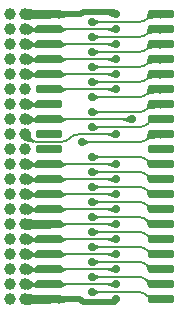
<source format=gbr>
G04 #@! TF.GenerationSoftware,KiCad,Pcbnew,7.0.6-0*
G04 #@! TF.CreationDate,2023-09-15T02:22:18-04:00*
G04 #@! TF.ProjectId,RAM Module,52414d20-4d6f-4647-956c-652e6b696361,1*
G04 #@! TF.SameCoordinates,Original*
G04 #@! TF.FileFunction,Copper,L4,Bot*
G04 #@! TF.FilePolarity,Positive*
%FSLAX46Y46*%
G04 Gerber Fmt 4.6, Leading zero omitted, Abs format (unit mm)*
G04 Created by KiCad (PCBNEW 7.0.6-0) date 2023-09-15 02:22:18*
%MOMM*%
%LPD*%
G01*
G04 APERTURE LIST*
G04 Aperture macros list*
%AMRoundRect*
0 Rectangle with rounded corners*
0 $1 Rounding radius*
0 $2 $3 $4 $5 $6 $7 $8 $9 X,Y pos of 4 corners*
0 Add a 4 corners polygon primitive as box body*
4,1,4,$2,$3,$4,$5,$6,$7,$8,$9,$2,$3,0*
0 Add four circle primitives for the rounded corners*
1,1,$1+$1,$2,$3*
1,1,$1+$1,$4,$5*
1,1,$1+$1,$6,$7*
1,1,$1+$1,$8,$9*
0 Add four rect primitives between the rounded corners*
20,1,$1+$1,$2,$3,$4,$5,0*
20,1,$1+$1,$4,$5,$6,$7,0*
20,1,$1+$1,$6,$7,$8,$9,0*
20,1,$1+$1,$8,$9,$2,$3,0*%
G04 Aperture macros list end*
G04 #@! TA.AperFunction,ComponentPad*
%ADD10C,1.000000*%
G04 #@! TD*
G04 #@! TA.AperFunction,SMDPad,CuDef*
%ADD11RoundRect,0.290000X-0.835000X-0.072500X0.835000X-0.072500X0.835000X0.072500X-0.835000X0.072500X0*%
G04 #@! TD*
G04 #@! TA.AperFunction,ViaPad*
%ADD12C,0.700000*%
G04 #@! TD*
G04 #@! TA.AperFunction,Conductor*
%ADD13C,0.500000*%
G04 #@! TD*
G04 #@! TA.AperFunction,Conductor*
%ADD14C,0.750000*%
G04 #@! TD*
G04 #@! TA.AperFunction,Conductor*
%ADD15C,0.200000*%
G04 #@! TD*
G04 APERTURE END LIST*
D10*
X144730000Y-111080000D03*
X144730000Y-109810000D03*
X144730000Y-108540000D03*
X144730000Y-107270000D03*
X144730000Y-106000000D03*
X144730000Y-104730000D03*
X144730000Y-103460000D03*
X144730000Y-102190000D03*
X144730000Y-100920000D03*
X144730000Y-99650000D03*
X144730000Y-98380000D03*
X144730000Y-97110000D03*
X144730000Y-95840000D03*
X144730000Y-94570000D03*
X144730000Y-93300000D03*
X144730000Y-92030000D03*
X144730000Y-90760000D03*
X144730000Y-89490000D03*
X144730000Y-88220000D03*
X144730000Y-86950000D03*
X143460000Y-86950000D03*
X143460000Y-88220000D03*
X143460000Y-89490000D03*
X143460000Y-90760000D03*
X143460000Y-92030000D03*
X143460000Y-93300000D03*
X143460000Y-94570000D03*
X143460000Y-95840000D03*
X143460000Y-97110000D03*
X143460000Y-98380000D03*
X143460000Y-99650000D03*
X143460000Y-100920000D03*
X143460000Y-102190000D03*
X143460000Y-103460000D03*
X143460000Y-104730000D03*
X143460000Y-106000000D03*
X143460000Y-107270000D03*
X143460000Y-108540000D03*
X143460000Y-109810000D03*
X143460000Y-111080000D03*
D11*
X146740000Y-111080000D03*
X146740000Y-109810000D03*
X146740000Y-108540000D03*
X146740000Y-107270000D03*
X146740000Y-106000000D03*
X146740000Y-104730000D03*
X146740000Y-103460000D03*
X146740000Y-102190000D03*
X146740000Y-100920000D03*
X146740000Y-99650000D03*
X146740000Y-98380000D03*
X146740000Y-97110000D03*
X146740000Y-95840000D03*
X146740000Y-94570000D03*
X146740000Y-93300000D03*
X146740000Y-92030000D03*
X146740000Y-90760000D03*
X146740000Y-89490000D03*
X146740000Y-88220000D03*
X146740000Y-86950000D03*
X156190000Y-86950000D03*
X156190000Y-88220000D03*
X156190000Y-89490000D03*
X156190000Y-90760000D03*
X156190000Y-92030000D03*
X156190000Y-93300000D03*
X156190000Y-94570000D03*
X156190000Y-95840000D03*
X156190000Y-97110000D03*
X156190000Y-98380000D03*
X156190000Y-99650000D03*
X156190000Y-100920000D03*
X156190000Y-102190000D03*
X156190000Y-103460000D03*
X156190000Y-104730000D03*
X156190000Y-106000000D03*
X156190000Y-107270000D03*
X156190000Y-108540000D03*
X156190000Y-109810000D03*
X156190000Y-111080000D03*
D12*
X152460000Y-104730000D03*
X152460000Y-111080000D03*
X152460000Y-86950000D03*
X152460000Y-109810000D03*
X152460000Y-108540000D03*
X152460000Y-107270000D03*
X152460000Y-106000000D03*
X152460000Y-103460000D03*
X152460000Y-102190000D03*
X152460000Y-100920000D03*
X152460000Y-99650000D03*
X152460000Y-97100000D03*
X153750000Y-95840000D03*
X152460000Y-92030000D03*
X152460000Y-90760000D03*
X152460000Y-89490000D03*
X152460000Y-88220000D03*
X152460000Y-93300000D03*
X150380000Y-104100000D03*
X150380000Y-87580000D03*
X150380000Y-110450000D03*
X150380000Y-88850000D03*
X150380000Y-90120000D03*
X150380000Y-91390000D03*
X150380000Y-92660000D03*
X150380000Y-93940000D03*
X150380000Y-95210000D03*
X150380000Y-96520000D03*
X149510000Y-97750000D03*
X150380000Y-99010000D03*
X150380000Y-100280000D03*
X150380000Y-101550000D03*
X150380000Y-102820000D03*
X150380000Y-105360000D03*
X150380000Y-106630000D03*
X150380000Y-107900000D03*
X150380000Y-109170000D03*
D13*
X149660000Y-111330000D02*
X152210000Y-111330000D01*
D14*
X144730000Y-111080000D02*
X146740000Y-111080000D01*
X144730000Y-86950000D02*
X146740000Y-86950000D01*
D13*
X149410000Y-111080000D02*
X149660000Y-111330000D01*
D15*
X152460000Y-104730000D02*
X152450000Y-104730000D01*
D13*
X146740000Y-111080000D02*
X149410000Y-111080000D01*
X152290000Y-86780000D02*
X152460000Y-86950000D01*
X149620000Y-86780000D02*
X152290000Y-86780000D01*
D15*
X146740000Y-104730000D02*
X152450000Y-104730000D01*
D13*
X152210000Y-111330000D02*
X152460000Y-111080000D01*
D14*
X144730000Y-104730000D02*
X146740000Y-104730000D01*
D13*
X146740000Y-86950000D02*
X149450000Y-86950000D01*
X149450000Y-86950000D02*
X149620000Y-86780000D01*
D15*
X146740000Y-109810000D02*
X152460000Y-109810000D01*
X144730000Y-109810000D02*
X146740000Y-109810000D01*
X146740000Y-108540000D02*
X152460000Y-108540000D01*
X144730000Y-108540000D02*
X146740000Y-108540000D01*
X144730000Y-107270000D02*
X146740000Y-107270000D01*
X146740000Y-107270000D02*
X152460000Y-107270000D01*
X144730000Y-106000000D02*
X146740000Y-106000000D01*
X146740000Y-106000000D02*
X152460000Y-106000000D01*
X144730000Y-103460000D02*
X146740000Y-103460000D01*
X146740000Y-103460000D02*
X152450000Y-103460000D01*
X152460000Y-103460000D02*
X152450000Y-103460000D01*
X152460000Y-102190000D02*
X146740000Y-102190000D01*
X144730000Y-102190000D02*
X146740000Y-102190000D01*
X152460000Y-100920000D02*
X146740000Y-100920000D01*
X144730000Y-100920000D02*
X146740000Y-100920000D01*
X144730000Y-99650000D02*
X146740000Y-99650000D01*
X152460000Y-99650000D02*
X146740000Y-99650000D01*
X144730000Y-97110000D02*
X145077107Y-97457107D01*
X152460000Y-97100000D02*
X152450000Y-97110000D01*
X145784214Y-97750000D02*
X147765786Y-97750000D01*
X148527107Y-97402893D02*
X148472893Y-97457107D01*
X152450000Y-97110000D02*
X149234214Y-97110000D01*
X145077100Y-97457114D02*
G75*
G03*
X145784214Y-97750000I707100J707114D01*
G01*
X149234214Y-97110010D02*
G75*
G03*
X148527107Y-97402893I-14J-999990D01*
G01*
X147765786Y-97749990D02*
G75*
G03*
X148472893Y-97457107I14J999990D01*
G01*
X144730000Y-95840000D02*
X146740000Y-95840000D01*
X153750000Y-95840000D02*
X146740000Y-95840000D01*
X144730000Y-94570000D02*
X146740000Y-94570000D01*
X144730000Y-92030000D02*
X146740000Y-92030000D01*
X152460000Y-92030000D02*
X146740000Y-92030000D01*
X152460000Y-90760000D02*
X146740000Y-90760000D01*
X144730000Y-90760000D02*
X146740000Y-90760000D01*
X144730000Y-89490000D02*
X146740000Y-89490000D01*
X152460000Y-89490000D02*
X146740000Y-89490000D01*
X152460000Y-88220000D02*
X146740000Y-88220000D01*
X144730000Y-88220000D02*
X146740000Y-88220000D01*
X150380000Y-87580000D02*
X154395786Y-87580000D01*
X154335786Y-110450000D02*
X150390000Y-110450000D01*
X150380000Y-104100000D02*
X154355786Y-104100000D01*
X155102893Y-87287107D02*
X155147107Y-87242893D01*
X155087107Y-110787107D02*
X155042893Y-110742893D01*
X156190000Y-111080000D02*
X155794214Y-111080000D01*
X152460000Y-93300000D02*
X146740000Y-93300000D01*
X155814214Y-104730000D02*
X156190000Y-104730000D01*
X155854214Y-86950000D02*
X156190000Y-86950000D01*
X155062893Y-104392893D02*
X155107107Y-104437107D01*
X155062900Y-104392886D02*
G75*
G03*
X154355786Y-104100000I-707100J-707114D01*
G01*
X155042900Y-110742886D02*
G75*
G03*
X154335786Y-110450000I-707100J-707114D01*
G01*
X155107100Y-104437114D02*
G75*
G03*
X155814214Y-104730000I707100J707114D01*
G01*
X155854214Y-86950010D02*
G75*
G03*
X155147107Y-87242893I-14J-999990D01*
G01*
X155087100Y-110787114D02*
G75*
G03*
X155794214Y-111080000I707100J707114D01*
G01*
X154395786Y-87579990D02*
G75*
G03*
X155102893Y-87287107I14J999990D01*
G01*
X155092893Y-88557107D02*
X155137107Y-88512893D01*
X150380000Y-88850000D02*
X154385786Y-88850000D01*
X155844214Y-88220000D02*
X156190000Y-88220000D01*
X155844214Y-88220010D02*
G75*
G03*
X155137107Y-88512893I-14J-999990D01*
G01*
X154385786Y-88849990D02*
G75*
G03*
X155092893Y-88557107I14J999990D01*
G01*
X155137107Y-89782893D02*
X155092893Y-89827107D01*
X156190000Y-89490000D02*
X155844214Y-89490000D01*
X154385786Y-90120000D02*
X150390000Y-90120000D01*
X154385786Y-90119990D02*
G75*
G03*
X155092893Y-89827107I14J999990D01*
G01*
X155844214Y-89490010D02*
G75*
G03*
X155137107Y-89782893I-14J-999990D01*
G01*
X155844214Y-90760000D02*
X156190000Y-90760000D01*
X155092893Y-91097107D02*
X155137107Y-91052893D01*
X150380000Y-91390000D02*
X154385786Y-91390000D01*
X154385786Y-91389990D02*
G75*
G03*
X155092893Y-91097107I14J999990D01*
G01*
X155844214Y-90760010D02*
G75*
G03*
X155137107Y-91052893I-14J-999990D01*
G01*
X155844214Y-92030000D02*
X156190000Y-92030000D01*
X155092893Y-92367107D02*
X155137107Y-92322893D01*
X150370000Y-92660000D02*
X154385786Y-92660000D01*
X155844214Y-92030010D02*
G75*
G03*
X155137107Y-92322893I-14J-999990D01*
G01*
X154385786Y-92659990D02*
G75*
G03*
X155092893Y-92367107I14J999990D01*
G01*
X154385786Y-93940000D02*
X150380000Y-93940000D01*
X155147107Y-93592893D02*
X155092893Y-93647107D01*
X156190000Y-93300000D02*
X155854214Y-93300000D01*
X155854214Y-93300010D02*
G75*
G03*
X155147107Y-93592893I-14J-999990D01*
G01*
X154385786Y-93939990D02*
G75*
G03*
X155092893Y-93647107I14J999990D01*
G01*
X155082893Y-94917107D02*
X155137107Y-94862893D01*
X150380000Y-95210000D02*
X154375786Y-95210000D01*
X155844214Y-94570000D02*
X156190000Y-94570000D01*
X155844214Y-94570010D02*
G75*
G03*
X155137107Y-94862893I-14J-999990D01*
G01*
X154375786Y-95209990D02*
G75*
G03*
X155082893Y-94917107I14J999990D01*
G01*
X155112893Y-96197107D02*
X155177107Y-96132893D01*
X155884214Y-95840000D02*
X156190000Y-95840000D01*
X150410000Y-96490000D02*
X154405786Y-96490000D01*
X150380000Y-96520000D02*
X150410000Y-96490000D01*
X154405786Y-96489990D02*
G75*
G03*
X155112893Y-96197107I14J999990D01*
G01*
X155884214Y-95840010D02*
G75*
G03*
X155177107Y-96132893I-14J-999990D01*
G01*
X155102893Y-97467107D02*
X155167107Y-97402893D01*
X149510000Y-97750000D02*
X149520000Y-97760000D01*
X149520000Y-97760000D02*
X154395786Y-97760000D01*
X155874214Y-97110000D02*
X156190000Y-97110000D01*
X154395786Y-97759990D02*
G75*
G03*
X155102893Y-97467107I14J999990D01*
G01*
X155874214Y-97110010D02*
G75*
G03*
X155167107Y-97402893I-14J-999990D01*
G01*
X155844214Y-99650000D02*
X156190000Y-99650000D01*
X150380000Y-99010000D02*
X154375786Y-99010000D01*
X155082893Y-99302893D02*
X155137107Y-99357107D01*
X155082900Y-99302886D02*
G75*
G03*
X154375786Y-99010000I-707100J-707114D01*
G01*
X155137100Y-99357114D02*
G75*
G03*
X155844214Y-99650000I707100J707114D01*
G01*
X155844214Y-100920000D02*
X156190000Y-100920000D01*
X155082893Y-100572893D02*
X155137107Y-100627107D01*
X150380000Y-100280000D02*
X154375786Y-100280000D01*
X155137100Y-100627114D02*
G75*
G03*
X155844214Y-100920000I707100J707114D01*
G01*
X155082900Y-100572886D02*
G75*
G03*
X154375786Y-100280000I-707100J-707114D01*
G01*
X155082893Y-101842893D02*
X155137107Y-101897107D01*
X150380000Y-101550000D02*
X154375786Y-101550000D01*
X155844214Y-102190000D02*
X156190000Y-102190000D01*
X155137100Y-101897114D02*
G75*
G03*
X155844214Y-102190000I707100J707114D01*
G01*
X155082900Y-101842886D02*
G75*
G03*
X154375786Y-101550000I-707100J-707114D01*
G01*
X155082893Y-103112893D02*
X155137107Y-103167107D01*
X150380000Y-102820000D02*
X154375786Y-102820000D01*
X155844214Y-103460000D02*
X156190000Y-103460000D01*
X155137100Y-103167114D02*
G75*
G03*
X155844214Y-103460000I707100J707114D01*
G01*
X155082900Y-103112886D02*
G75*
G03*
X154375786Y-102820000I-707100J-707114D01*
G01*
X155052893Y-105652893D02*
X155107107Y-105707107D01*
X155814214Y-106000000D02*
X156190000Y-106000000D01*
X150380000Y-105360000D02*
X154345786Y-105360000D01*
X155107100Y-105707114D02*
G75*
G03*
X155814214Y-106000000I707100J707114D01*
G01*
X155052900Y-105652886D02*
G75*
G03*
X154345786Y-105360000I-707100J-707114D01*
G01*
X155052893Y-106922893D02*
X155107107Y-106977107D01*
X150380000Y-106630000D02*
X154345786Y-106630000D01*
X155814214Y-107270000D02*
X156190000Y-107270000D01*
X155107100Y-106977114D02*
G75*
G03*
X155814214Y-107270000I707100J707114D01*
G01*
X155052900Y-106922886D02*
G75*
G03*
X154345786Y-106630000I-707100J-707114D01*
G01*
X150380000Y-107900000D02*
X154345786Y-107900000D01*
X155814214Y-108540000D02*
X156190000Y-108540000D01*
X155052893Y-108192893D02*
X155107107Y-108247107D01*
X155107100Y-108247114D02*
G75*
G03*
X155814214Y-108540000I707100J707114D01*
G01*
X155052900Y-108192886D02*
G75*
G03*
X154345786Y-107900000I-707100J-707114D01*
G01*
X155804214Y-109810000D02*
X156190000Y-109810000D01*
X155042893Y-109462893D02*
X155097107Y-109517107D01*
X150380000Y-109170000D02*
X154335786Y-109170000D01*
X155042900Y-109462886D02*
G75*
G03*
X154335786Y-109170000I-707100J-707114D01*
G01*
X155097100Y-109517114D02*
G75*
G03*
X155804214Y-109810000I707100J707114D01*
G01*
G04 #@! TA.AperFunction,Conductor*
G36*
X150524442Y-93621853D02*
G01*
X150525102Y-93622153D01*
X150651265Y-93684445D01*
X150651807Y-93684751D01*
X150747000Y-93745564D01*
X150747001Y-93745564D01*
X150830256Y-93794909D01*
X150830259Y-93794909D01*
X150830261Y-93794911D01*
X150898922Y-93817366D01*
X150931273Y-93827947D01*
X150931274Y-93827947D01*
X150931277Y-93827948D01*
X151069246Y-93839128D01*
X151077214Y-93843212D01*
X151080000Y-93850790D01*
X151080000Y-94029209D01*
X151076573Y-94037482D01*
X151069245Y-94040871D01*
X150931272Y-94052051D01*
X150830263Y-94085086D01*
X150830256Y-94085088D01*
X150747001Y-94134434D01*
X150651814Y-94195243D01*
X150651254Y-94195559D01*
X150525116Y-94257839D01*
X150516181Y-94258429D01*
X150509445Y-94252528D01*
X150509138Y-94251854D01*
X150439545Y-94085087D01*
X150380880Y-93944505D01*
X150380857Y-93935550D01*
X150380856Y-93935550D01*
X150509139Y-93628143D01*
X150515487Y-93621830D01*
X150524442Y-93621853D01*
G37*
G04 #@! TD.AperFunction*
G04 #@! TA.AperFunction,Conductor*
G36*
X155159707Y-99233374D02*
G01*
X155371687Y-99274746D01*
X155589771Y-99301559D01*
X155807856Y-99312623D01*
X156017477Y-99308117D01*
X156025942Y-99307936D01*
X156062448Y-99304514D01*
X156229195Y-99288889D01*
X156237750Y-99291529D01*
X156241934Y-99299446D01*
X156241861Y-99302237D01*
X156192140Y-99640941D01*
X156187548Y-99648629D01*
X156180840Y-99650939D01*
X155075486Y-99676974D01*
X155067134Y-99673743D01*
X155063613Y-99666823D01*
X155060161Y-99640941D01*
X155054436Y-99598007D01*
X155043873Y-99528038D01*
X155033309Y-99467314D01*
X155022746Y-99415836D01*
X155013790Y-99380028D01*
X155015107Y-99371173D01*
X155016863Y-99368922D01*
X155149201Y-99236584D01*
X155157473Y-99233158D01*
X155159707Y-99233374D01*
G37*
G04 #@! TD.AperFunction*
G04 #@! TA.AperFunction,Conductor*
G36*
X145799886Y-106931683D02*
G01*
X146710372Y-107258990D01*
X146716998Y-107265013D01*
X146717424Y-107273958D01*
X146711401Y-107280584D01*
X146710372Y-107281010D01*
X145799886Y-107608316D01*
X145790941Y-107607890D01*
X145789000Y-107606734D01*
X145685715Y-107530837D01*
X145577426Y-107467011D01*
X145577409Y-107467002D01*
X145469114Y-107418922D01*
X145469105Y-107418919D01*
X145360805Y-107386584D01*
X145262429Y-107371520D01*
X145254770Y-107366881D01*
X145252500Y-107359955D01*
X145252500Y-107180044D01*
X145255927Y-107171771D01*
X145262427Y-107168479D01*
X145335537Y-107157283D01*
X145360805Y-107153414D01*
X145387879Y-107145330D01*
X145469108Y-107121079D01*
X145577413Y-107072995D01*
X145685717Y-107009160D01*
X145789000Y-106933264D01*
X145797696Y-106931127D01*
X145799886Y-106931683D01*
G37*
G04 #@! TD.AperFunction*
G04 #@! TA.AperFunction,Conductor*
G36*
X144742281Y-104230640D02*
G01*
X144888773Y-104238285D01*
X144978755Y-104242981D01*
X144979469Y-104243062D01*
X145154381Y-104273969D01*
X145154756Y-104274048D01*
X145305439Y-104311000D01*
X145305438Y-104311000D01*
X145328343Y-104315047D01*
X145480879Y-104342000D01*
X145718910Y-104354421D01*
X145726993Y-104358274D01*
X145730000Y-104366105D01*
X145730000Y-105093894D01*
X145726573Y-105102167D01*
X145718910Y-105105578D01*
X145497075Y-105117154D01*
X145480879Y-105118000D01*
X145393159Y-105133499D01*
X145305438Y-105149000D01*
X145305439Y-105149000D01*
X145154756Y-105185951D01*
X145154381Y-105186030D01*
X144979469Y-105216937D01*
X144978755Y-105217018D01*
X144742285Y-105229358D01*
X144733844Y-105226367D01*
X144729991Y-105218284D01*
X144729975Y-105217697D01*
X144729973Y-105216937D01*
X144729000Y-104730000D01*
X144729975Y-104242301D01*
X144733418Y-104234035D01*
X144741698Y-104230625D01*
X144742281Y-104230640D01*
G37*
G04 #@! TD.AperFunction*
G04 #@! TA.AperFunction,Conductor*
G36*
X156180856Y-86949030D02*
G01*
X156189034Y-86952676D01*
X156192122Y-86959045D01*
X156241262Y-87297614D01*
X156239059Y-87306294D01*
X156231364Y-87310874D01*
X156228463Y-87310931D01*
X156029458Y-87290063D01*
X156029459Y-87290063D01*
X155998891Y-87289107D01*
X155815494Y-87283376D01*
X155815491Y-87283376D01*
X155815488Y-87283376D01*
X155753185Y-87286015D01*
X155601531Y-87292440D01*
X155601522Y-87292440D01*
X155601522Y-87292441D01*
X155387574Y-87317252D01*
X155387571Y-87317252D01*
X155387567Y-87317253D01*
X155332263Y-87327737D01*
X155179680Y-87356664D01*
X155170914Y-87354838D01*
X155169228Y-87353442D01*
X155036397Y-87220611D01*
X155032970Y-87212338D01*
X155033114Y-87210510D01*
X155038746Y-87174911D01*
X155045309Y-87124458D01*
X155051873Y-87065038D01*
X155058436Y-86996651D01*
X155061627Y-86959045D01*
X155064066Y-86930296D01*
X155068180Y-86922344D01*
X155076035Y-86919591D01*
X156180856Y-86949030D01*
G37*
G04 #@! TD.AperFunction*
G04 #@! TA.AperFunction,Conductor*
G36*
X144931755Y-95383488D02*
G01*
X144932631Y-95383896D01*
X145119290Y-95480393D01*
X145120781Y-95481311D01*
X145255211Y-95578695D01*
X145371849Y-95661418D01*
X145371850Y-95661418D01*
X145371851Y-95661419D01*
X145515083Y-95718632D01*
X145719459Y-95738952D01*
X145727351Y-95743180D01*
X145730000Y-95750594D01*
X145730000Y-95929405D01*
X145726573Y-95937678D01*
X145719458Y-95941048D01*
X145690421Y-95943934D01*
X145515083Y-95961367D01*
X145515081Y-95961367D01*
X145515078Y-95961368D01*
X145371850Y-96018579D01*
X145255211Y-96101303D01*
X145120781Y-96198687D01*
X145119290Y-96199605D01*
X144932630Y-96296103D01*
X144923707Y-96296858D01*
X144916864Y-96291083D01*
X144916461Y-96290219D01*
X144730871Y-95844495D01*
X144730855Y-95835544D01*
X144916457Y-95389791D01*
X144922801Y-95383471D01*
X144931755Y-95383488D01*
G37*
G04 #@! TD.AperFunction*
G04 #@! TA.AperFunction,Conductor*
G36*
X156180869Y-88219005D02*
G01*
X156189037Y-88222672D01*
X156192107Y-88229035D01*
X156240785Y-88567646D01*
X156238570Y-88576323D01*
X156230869Y-88580892D01*
X156227994Y-88580948D01*
X156148021Y-88572636D01*
X156027057Y-88560063D01*
X155811193Y-88553376D01*
X155811190Y-88553376D01*
X155811188Y-88553376D01*
X155595329Y-88562440D01*
X155379474Y-88587252D01*
X155379473Y-88587252D01*
X155379470Y-88587252D01*
X155379466Y-88587253D01*
X155325768Y-88597343D01*
X155169670Y-88626676D01*
X155160906Y-88624836D01*
X155159236Y-88623450D01*
X155026635Y-88490849D01*
X155023208Y-88482576D01*
X155023446Y-88480229D01*
X155030746Y-88444581D01*
X155039309Y-88393675D01*
X155047873Y-88333679D01*
X155056436Y-88264592D01*
X155061398Y-88219293D01*
X155063824Y-88197148D01*
X155068130Y-88189300D01*
X155075794Y-88186730D01*
X156180869Y-88219005D01*
G37*
G04 #@! TD.AperFunction*
G04 #@! TA.AperFunction,Conductor*
G36*
X145799886Y-100581683D02*
G01*
X146710372Y-100908990D01*
X146716998Y-100915013D01*
X146717424Y-100923958D01*
X146711401Y-100930584D01*
X146710372Y-100931010D01*
X145799886Y-101258316D01*
X145790941Y-101257890D01*
X145789000Y-101256734D01*
X145685715Y-101180837D01*
X145577426Y-101117011D01*
X145577409Y-101117002D01*
X145469114Y-101068922D01*
X145469105Y-101068919D01*
X145360805Y-101036584D01*
X145262429Y-101021520D01*
X145254770Y-101016881D01*
X145252500Y-101009955D01*
X145252500Y-100830044D01*
X145255927Y-100821771D01*
X145262427Y-100818479D01*
X145335537Y-100807283D01*
X145360805Y-100803414D01*
X145387879Y-100795330D01*
X145469108Y-100771079D01*
X145577413Y-100722995D01*
X145685717Y-100659160D01*
X145789000Y-100583264D01*
X145797696Y-100581127D01*
X145799886Y-100581683D01*
G37*
G04 #@! TD.AperFunction*
G04 #@! TA.AperFunction,Conductor*
G36*
X145799886Y-94231683D02*
G01*
X146710372Y-94558990D01*
X146716998Y-94565013D01*
X146717424Y-94573958D01*
X146711401Y-94580584D01*
X146710372Y-94581010D01*
X145799886Y-94908316D01*
X145790941Y-94907890D01*
X145789000Y-94906734D01*
X145685715Y-94830837D01*
X145577426Y-94767011D01*
X145577409Y-94767002D01*
X145469114Y-94718922D01*
X145469105Y-94718919D01*
X145360805Y-94686584D01*
X145262429Y-94671520D01*
X145254770Y-94666881D01*
X145252500Y-94659955D01*
X145252500Y-94480044D01*
X145255927Y-94471771D01*
X145262427Y-94468479D01*
X145335537Y-94457283D01*
X145360805Y-94453414D01*
X145387879Y-94445330D01*
X145469108Y-94421079D01*
X145577413Y-94372995D01*
X145685717Y-94309160D01*
X145789000Y-94233264D01*
X145797696Y-94231127D01*
X145799886Y-94231683D01*
G37*
G04 #@! TD.AperFunction*
G04 #@! TA.AperFunction,Conductor*
G36*
X156180869Y-92029005D02*
G01*
X156189037Y-92032672D01*
X156192107Y-92039035D01*
X156240785Y-92377646D01*
X156238570Y-92386323D01*
X156230869Y-92390892D01*
X156227994Y-92390948D01*
X156148021Y-92382636D01*
X156027057Y-92370063D01*
X155811193Y-92363376D01*
X155811190Y-92363376D01*
X155811188Y-92363376D01*
X155595329Y-92372440D01*
X155379474Y-92397252D01*
X155379473Y-92397252D01*
X155379470Y-92397252D01*
X155379466Y-92397253D01*
X155325768Y-92407343D01*
X155169670Y-92436676D01*
X155160906Y-92434836D01*
X155159236Y-92433450D01*
X155026635Y-92300849D01*
X155023208Y-92292576D01*
X155023446Y-92290229D01*
X155030746Y-92254581D01*
X155039309Y-92203675D01*
X155047873Y-92143679D01*
X155056436Y-92074592D01*
X155061398Y-92029293D01*
X155063824Y-92007148D01*
X155068130Y-91999300D01*
X155075794Y-91996730D01*
X156180869Y-92029005D01*
G37*
G04 #@! TD.AperFunction*
G04 #@! TA.AperFunction,Conductor*
G36*
X147689058Y-99312109D02*
G01*
X147690999Y-99313265D01*
X147794283Y-99389161D01*
X147902572Y-99452987D01*
X147902586Y-99452995D01*
X148010891Y-99501079D01*
X148065043Y-99517246D01*
X148119193Y-99533414D01*
X148158661Y-99539458D01*
X148217572Y-99548479D01*
X148225230Y-99553118D01*
X148227500Y-99560044D01*
X148227500Y-99739955D01*
X148224073Y-99748228D01*
X148217571Y-99751520D01*
X148119193Y-99766584D01*
X148010893Y-99798919D01*
X148010884Y-99798922D01*
X147902589Y-99847002D01*
X147902572Y-99847011D01*
X147794283Y-99910837D01*
X147690999Y-99986734D01*
X147682303Y-99988872D01*
X147680113Y-99988316D01*
X146769627Y-99661010D01*
X146763001Y-99654987D01*
X146762575Y-99646042D01*
X146768598Y-99639416D01*
X146769627Y-99638990D01*
X146989235Y-99560044D01*
X147680113Y-99311683D01*
X147689058Y-99312109D01*
G37*
G04 #@! TD.AperFunction*
G04 #@! TA.AperFunction,Conductor*
G36*
X147689058Y-103122109D02*
G01*
X147690999Y-103123265D01*
X147794283Y-103199161D01*
X147902572Y-103262987D01*
X147902586Y-103262995D01*
X148010891Y-103311079D01*
X148065043Y-103327246D01*
X148119193Y-103343414D01*
X148158661Y-103349458D01*
X148217572Y-103358479D01*
X148225230Y-103363118D01*
X148227500Y-103370044D01*
X148227500Y-103549955D01*
X148224073Y-103558228D01*
X148217571Y-103561520D01*
X148119193Y-103576584D01*
X148010893Y-103608919D01*
X148010884Y-103608922D01*
X147902589Y-103657002D01*
X147902572Y-103657011D01*
X147794283Y-103720837D01*
X147690999Y-103796734D01*
X147682303Y-103798872D01*
X147680113Y-103798316D01*
X146769627Y-103471010D01*
X146763001Y-103464987D01*
X146762575Y-103456042D01*
X146768598Y-103449416D01*
X146769627Y-103448990D01*
X146989235Y-103370044D01*
X147680113Y-103121683D01*
X147689058Y-103122109D01*
G37*
G04 #@! TD.AperFunction*
G04 #@! TA.AperFunction,Conductor*
G36*
X147689058Y-87882109D02*
G01*
X147690999Y-87883265D01*
X147794283Y-87959161D01*
X147902572Y-88022987D01*
X147902586Y-88022995D01*
X148010891Y-88071079D01*
X148065043Y-88087246D01*
X148119193Y-88103414D01*
X148158661Y-88109458D01*
X148217572Y-88118479D01*
X148225230Y-88123118D01*
X148227500Y-88130044D01*
X148227500Y-88309955D01*
X148224073Y-88318228D01*
X148217571Y-88321520D01*
X148119193Y-88336584D01*
X148010893Y-88368919D01*
X148010884Y-88368922D01*
X147902589Y-88417002D01*
X147902572Y-88417011D01*
X147794283Y-88480837D01*
X147690999Y-88556734D01*
X147682303Y-88558872D01*
X147680113Y-88558316D01*
X146769627Y-88231010D01*
X146763001Y-88224987D01*
X146762575Y-88216042D01*
X146768598Y-88209416D01*
X146769627Y-88208990D01*
X146989235Y-88130044D01*
X147680113Y-87881683D01*
X147689058Y-87882109D01*
G37*
G04 #@! TD.AperFunction*
G04 #@! TA.AperFunction,Conductor*
G36*
X150524442Y-94891853D02*
G01*
X150525102Y-94892153D01*
X150651265Y-94954445D01*
X150651807Y-94954751D01*
X150747000Y-95015564D01*
X150747001Y-95015564D01*
X150830256Y-95064909D01*
X150830259Y-95064909D01*
X150830261Y-95064911D01*
X150898922Y-95087366D01*
X150931273Y-95097947D01*
X150931274Y-95097947D01*
X150931277Y-95097948D01*
X151069246Y-95109128D01*
X151077214Y-95113212D01*
X151080000Y-95120790D01*
X151080000Y-95299209D01*
X151076573Y-95307482D01*
X151069245Y-95310871D01*
X150931272Y-95322051D01*
X150830263Y-95355086D01*
X150830256Y-95355088D01*
X150747001Y-95404434D01*
X150651814Y-95465243D01*
X150651254Y-95465559D01*
X150525116Y-95527839D01*
X150516181Y-95528429D01*
X150509445Y-95522528D01*
X150509138Y-95521854D01*
X150439546Y-95355088D01*
X150380879Y-95214505D01*
X150380857Y-95205551D01*
X150380880Y-95205494D01*
X150509139Y-94898143D01*
X150515487Y-94891830D01*
X150524442Y-94891853D01*
G37*
G04 #@! TD.AperFunction*
G04 #@! TA.AperFunction,Conductor*
G36*
X144931755Y-100463488D02*
G01*
X144932631Y-100463896D01*
X145119290Y-100560393D01*
X145120781Y-100561311D01*
X145255211Y-100658695D01*
X145371849Y-100741418D01*
X145371850Y-100741418D01*
X145371851Y-100741419D01*
X145515083Y-100798632D01*
X145719459Y-100818952D01*
X145727351Y-100823180D01*
X145730000Y-100830594D01*
X145730000Y-101009405D01*
X145726573Y-101017678D01*
X145719458Y-101021048D01*
X145690421Y-101023934D01*
X145515083Y-101041367D01*
X145515081Y-101041367D01*
X145515078Y-101041368D01*
X145371850Y-101098579D01*
X145255211Y-101181303D01*
X145120781Y-101278687D01*
X145119290Y-101279605D01*
X144932630Y-101376103D01*
X144923707Y-101376858D01*
X144916864Y-101371083D01*
X144916461Y-101370219D01*
X144730871Y-100924495D01*
X144730855Y-100915544D01*
X144916457Y-100469791D01*
X144922801Y-100463471D01*
X144931755Y-100463488D01*
G37*
G04 #@! TD.AperFunction*
G04 #@! TA.AperFunction,Conductor*
G36*
X152330554Y-103147471D02*
G01*
X152330861Y-103148145D01*
X152459119Y-103455494D01*
X152459142Y-103464449D01*
X152459119Y-103464506D01*
X152330861Y-103771854D01*
X152324512Y-103778169D01*
X152315557Y-103778146D01*
X152314883Y-103777839D01*
X152302761Y-103771854D01*
X152188739Y-103715556D01*
X152188184Y-103715243D01*
X152092998Y-103654434D01*
X152009742Y-103605088D01*
X152009735Y-103605086D01*
X151908725Y-103572051D01*
X151908727Y-103572051D01*
X151770755Y-103560871D01*
X151762786Y-103556787D01*
X151760000Y-103549209D01*
X151760000Y-103370790D01*
X151763427Y-103362517D01*
X151770753Y-103359128D01*
X151908722Y-103347948D01*
X152009737Y-103314911D01*
X152009739Y-103314909D01*
X152009741Y-103314909D01*
X152092998Y-103265564D01*
X152092998Y-103265563D01*
X152188199Y-103204746D01*
X152188725Y-103204449D01*
X152314885Y-103142159D01*
X152323819Y-103141570D01*
X152330554Y-103147471D01*
G37*
G04 #@! TD.AperFunction*
G04 #@! TA.AperFunction,Conductor*
G36*
X147689058Y-105662109D02*
G01*
X147690999Y-105663265D01*
X147794283Y-105739161D01*
X147902572Y-105802987D01*
X147902586Y-105802995D01*
X148010891Y-105851079D01*
X148065043Y-105867246D01*
X148119193Y-105883414D01*
X148158661Y-105889458D01*
X148217572Y-105898479D01*
X148225230Y-105903118D01*
X148227500Y-105910044D01*
X148227500Y-106089955D01*
X148224073Y-106098228D01*
X148217571Y-106101520D01*
X148119193Y-106116584D01*
X148010893Y-106148919D01*
X148010884Y-106148922D01*
X147902589Y-106197002D01*
X147902572Y-106197011D01*
X147794283Y-106260837D01*
X147690999Y-106336734D01*
X147682303Y-106338872D01*
X147680113Y-106338316D01*
X146769627Y-106011010D01*
X146763001Y-106004987D01*
X146762575Y-105996042D01*
X146768598Y-105989416D01*
X146769627Y-105988990D01*
X146989235Y-105910044D01*
X147680113Y-105661683D01*
X147689058Y-105662109D01*
G37*
G04 #@! TD.AperFunction*
G04 #@! TA.AperFunction,Conductor*
G36*
X147689058Y-92962109D02*
G01*
X147690999Y-92963265D01*
X147794283Y-93039161D01*
X147902572Y-93102987D01*
X147902586Y-93102995D01*
X148010891Y-93151079D01*
X148065043Y-93167246D01*
X148119193Y-93183414D01*
X148158661Y-93189458D01*
X148217572Y-93198479D01*
X148225230Y-93203118D01*
X148227500Y-93210044D01*
X148227500Y-93389955D01*
X148224073Y-93398228D01*
X148217571Y-93401520D01*
X148119193Y-93416584D01*
X148010893Y-93448919D01*
X148010884Y-93448922D01*
X147902589Y-93497002D01*
X147902572Y-93497011D01*
X147794283Y-93560837D01*
X147690999Y-93636734D01*
X147682303Y-93638872D01*
X147680113Y-93638316D01*
X146769627Y-93311010D01*
X146763001Y-93304987D01*
X146762575Y-93296042D01*
X146768598Y-93289416D01*
X146769627Y-93288990D01*
X146989235Y-93210044D01*
X147680113Y-92961683D01*
X147689058Y-92962109D01*
G37*
G04 #@! TD.AperFunction*
G04 #@! TA.AperFunction,Conductor*
G36*
X150524442Y-101231853D02*
G01*
X150525102Y-101232153D01*
X150651265Y-101294445D01*
X150651807Y-101294751D01*
X150747001Y-101355564D01*
X150830256Y-101404909D01*
X150830259Y-101404909D01*
X150830261Y-101404911D01*
X150898922Y-101427366D01*
X150931273Y-101437947D01*
X150931274Y-101437947D01*
X150931277Y-101437948D01*
X151069246Y-101449128D01*
X151077214Y-101453212D01*
X151080000Y-101460790D01*
X151080000Y-101639209D01*
X151076573Y-101647482D01*
X151069245Y-101650871D01*
X150931272Y-101662051D01*
X150830263Y-101695086D01*
X150830256Y-101695088D01*
X150747001Y-101744434D01*
X150651814Y-101805243D01*
X150651254Y-101805559D01*
X150525116Y-101867839D01*
X150516181Y-101868429D01*
X150509445Y-101862528D01*
X150509138Y-101861854D01*
X150439545Y-101695087D01*
X150380880Y-101554505D01*
X150380857Y-101545550D01*
X150380856Y-101545550D01*
X150509139Y-101238143D01*
X150515487Y-101231830D01*
X150524442Y-101231853D01*
G37*
G04 #@! TD.AperFunction*
G04 #@! TA.AperFunction,Conductor*
G36*
X150524442Y-106311853D02*
G01*
X150525102Y-106312153D01*
X150651265Y-106374445D01*
X150651807Y-106374751D01*
X150747001Y-106435564D01*
X150830256Y-106484909D01*
X150830259Y-106484909D01*
X150830261Y-106484911D01*
X150898922Y-106507366D01*
X150931273Y-106517947D01*
X150931274Y-106517947D01*
X150931277Y-106517948D01*
X151069246Y-106529128D01*
X151077214Y-106533212D01*
X151080000Y-106540790D01*
X151080000Y-106719209D01*
X151076573Y-106727482D01*
X151069245Y-106730871D01*
X150931272Y-106742051D01*
X150830263Y-106775086D01*
X150830256Y-106775088D01*
X150747001Y-106824434D01*
X150651814Y-106885243D01*
X150651254Y-106885559D01*
X150525116Y-106947839D01*
X150516181Y-106948429D01*
X150509445Y-106942528D01*
X150509138Y-106941854D01*
X150439545Y-106775087D01*
X150380880Y-106634505D01*
X150380857Y-106625550D01*
X150380856Y-106625550D01*
X150509139Y-106318143D01*
X150515487Y-106311830D01*
X150524442Y-106311853D01*
G37*
G04 #@! TD.AperFunction*
G04 #@! TA.AperFunction,Conductor*
G36*
X145799886Y-90421683D02*
G01*
X146710372Y-90748990D01*
X146716998Y-90755013D01*
X146717424Y-90763958D01*
X146711401Y-90770584D01*
X146710372Y-90771010D01*
X145799886Y-91098316D01*
X145790941Y-91097890D01*
X145789000Y-91096734D01*
X145685715Y-91020837D01*
X145577426Y-90957011D01*
X145577409Y-90957002D01*
X145469114Y-90908922D01*
X145469105Y-90908919D01*
X145360805Y-90876584D01*
X145262429Y-90861520D01*
X145254770Y-90856881D01*
X145252500Y-90849955D01*
X145252500Y-90670044D01*
X145255927Y-90661771D01*
X145262427Y-90658479D01*
X145335537Y-90647283D01*
X145360805Y-90643414D01*
X145387879Y-90635330D01*
X145469108Y-90611079D01*
X145577413Y-90562995D01*
X145685717Y-90499160D01*
X145789000Y-90423264D01*
X145797696Y-90421127D01*
X145799886Y-90421683D01*
G37*
G04 #@! TD.AperFunction*
G04 #@! TA.AperFunction,Conductor*
G36*
X144931755Y-89033488D02*
G01*
X144932631Y-89033896D01*
X145119290Y-89130393D01*
X145120781Y-89131311D01*
X145255211Y-89228695D01*
X145371849Y-89311418D01*
X145371850Y-89311418D01*
X145371851Y-89311419D01*
X145515083Y-89368632D01*
X145719459Y-89388952D01*
X145727351Y-89393180D01*
X145730000Y-89400594D01*
X145730000Y-89579405D01*
X145726573Y-89587678D01*
X145719458Y-89591048D01*
X145690421Y-89593934D01*
X145515083Y-89611367D01*
X145515081Y-89611367D01*
X145515078Y-89611368D01*
X145371850Y-89668579D01*
X145255211Y-89751303D01*
X145120781Y-89848687D01*
X145119290Y-89849605D01*
X144932630Y-89946103D01*
X144923707Y-89946858D01*
X144916864Y-89941083D01*
X144916461Y-89940219D01*
X144730871Y-89494495D01*
X144730855Y-89485544D01*
X144916457Y-89039791D01*
X144922801Y-89033471D01*
X144931755Y-89033488D01*
G37*
G04 #@! TD.AperFunction*
G04 #@! TA.AperFunction,Conductor*
G36*
X147689058Y-91692109D02*
G01*
X147690999Y-91693265D01*
X147794283Y-91769161D01*
X147902572Y-91832987D01*
X147902586Y-91832995D01*
X148010891Y-91881079D01*
X148065043Y-91897246D01*
X148119193Y-91913414D01*
X148158661Y-91919458D01*
X148217572Y-91928479D01*
X148225230Y-91933118D01*
X148227500Y-91940044D01*
X148227500Y-92119955D01*
X148224073Y-92128228D01*
X148217571Y-92131520D01*
X148119193Y-92146584D01*
X148010893Y-92178919D01*
X148010884Y-92178922D01*
X147902589Y-92227002D01*
X147902572Y-92227011D01*
X147794283Y-92290837D01*
X147690999Y-92366734D01*
X147682303Y-92368872D01*
X147680113Y-92368316D01*
X146769627Y-92041010D01*
X146763001Y-92034987D01*
X146762575Y-92026042D01*
X146768598Y-92019416D01*
X146769627Y-92018990D01*
X146989235Y-91940044D01*
X147680113Y-91691683D01*
X147689058Y-91692109D01*
G37*
G04 #@! TD.AperFunction*
G04 #@! TA.AperFunction,Conductor*
G36*
X150524442Y-92341853D02*
G01*
X150525102Y-92342153D01*
X150651265Y-92404445D01*
X150651807Y-92404751D01*
X150747000Y-92465564D01*
X150747001Y-92465564D01*
X150830256Y-92514909D01*
X150830259Y-92514909D01*
X150830261Y-92514911D01*
X150898922Y-92537366D01*
X150931273Y-92547947D01*
X150931274Y-92547947D01*
X150931277Y-92547948D01*
X151069246Y-92559128D01*
X151077214Y-92563212D01*
X151080000Y-92570790D01*
X151080000Y-92749209D01*
X151076573Y-92757482D01*
X151069245Y-92760871D01*
X150931272Y-92772051D01*
X150830263Y-92805086D01*
X150830256Y-92805088D01*
X150747001Y-92854434D01*
X150651814Y-92915243D01*
X150651254Y-92915559D01*
X150525116Y-92977839D01*
X150516181Y-92978429D01*
X150509445Y-92972528D01*
X150509138Y-92971854D01*
X150439545Y-92805087D01*
X150380880Y-92664505D01*
X150380857Y-92655550D01*
X150380856Y-92655550D01*
X150509139Y-92348143D01*
X150515487Y-92341830D01*
X150524442Y-92341853D01*
G37*
G04 #@! TD.AperFunction*
G04 #@! TA.AperFunction,Conductor*
G36*
X147622470Y-86600595D02*
G01*
X147705501Y-86623501D01*
X147835986Y-86652748D01*
X147889725Y-86662013D01*
X147966500Y-86675250D01*
X148003785Y-86679750D01*
X148096995Y-86691000D01*
X148139712Y-86693945D01*
X148216606Y-86699248D01*
X148224623Y-86703236D01*
X148227500Y-86710920D01*
X148227500Y-87189079D01*
X148224073Y-87197352D01*
X148216605Y-87200751D01*
X148096995Y-87209000D01*
X148003784Y-87220249D01*
X147966499Y-87224750D01*
X147889730Y-87237986D01*
X147835987Y-87247252D01*
X147705501Y-87276499D01*
X147578978Y-87311402D01*
X147571212Y-87310857D01*
X147110138Y-87110930D01*
X146763753Y-86960733D01*
X146757527Y-86954299D01*
X146757675Y-86945345D01*
X146763753Y-86939266D01*
X147571213Y-86589141D01*
X147578976Y-86588597D01*
X147622470Y-86600595D01*
G37*
G04 #@! TD.AperFunction*
G04 #@! TA.AperFunction,Conductor*
G36*
X149654409Y-97431932D02*
G01*
X149655153Y-97432274D01*
X149781261Y-97495601D01*
X149781888Y-97495966D01*
X149876406Y-97559242D01*
X149958814Y-97611496D01*
X150059214Y-97646943D01*
X150197334Y-97659063D01*
X150205276Y-97663200D01*
X150208011Y-97670718D01*
X150208011Y-97849147D01*
X150204584Y-97857420D01*
X150197189Y-97860814D01*
X150060305Y-97871110D01*
X150060295Y-97871112D01*
X149959433Y-97901864D01*
X149959430Y-97901865D01*
X149959424Y-97901868D01*
X149959425Y-97901868D01*
X149875997Y-97948405D01*
X149780866Y-98006712D01*
X149780383Y-98006977D01*
X149740052Y-98026598D01*
X149655082Y-98067936D01*
X149646144Y-98068474D01*
X149639443Y-98062533D01*
X149639166Y-98061921D01*
X149510879Y-97754505D01*
X149510857Y-97745551D01*
X149510880Y-97745494D01*
X149639106Y-97438222D01*
X149645454Y-97431909D01*
X149654409Y-97431932D01*
G37*
G04 #@! TD.AperFunction*
G04 #@! TA.AperFunction,Conductor*
G36*
X152330554Y-104417471D02*
G01*
X152330861Y-104418145D01*
X152459119Y-104725493D01*
X152459142Y-104734448D01*
X152459119Y-104734505D01*
X152330861Y-105041854D01*
X152324512Y-105048169D01*
X152315557Y-105048146D01*
X152314883Y-105047839D01*
X152302761Y-105041854D01*
X152188739Y-104985556D01*
X152188184Y-104985243D01*
X152092998Y-104924434D01*
X152009742Y-104875088D01*
X152009735Y-104875086D01*
X151908725Y-104842051D01*
X151908727Y-104842051D01*
X151770755Y-104830871D01*
X151762786Y-104826787D01*
X151760000Y-104819209D01*
X151760000Y-104640790D01*
X151763427Y-104632517D01*
X151770753Y-104629128D01*
X151908722Y-104617948D01*
X152009737Y-104584911D01*
X152009739Y-104584909D01*
X152009741Y-104584909D01*
X152092998Y-104535564D01*
X152092998Y-104535563D01*
X152188199Y-104474746D01*
X152188725Y-104474449D01*
X152314885Y-104412159D01*
X152323819Y-104411570D01*
X152330554Y-104417471D01*
G37*
G04 #@! TD.AperFunction*
G04 #@! TA.AperFunction,Conductor*
G36*
X156180869Y-90759005D02*
G01*
X156189037Y-90762672D01*
X156192107Y-90769035D01*
X156240785Y-91107646D01*
X156238570Y-91116323D01*
X156230869Y-91120892D01*
X156227994Y-91120948D01*
X156148021Y-91112636D01*
X156027057Y-91100063D01*
X155811193Y-91093376D01*
X155811190Y-91093376D01*
X155811188Y-91093376D01*
X155595329Y-91102440D01*
X155379474Y-91127252D01*
X155379473Y-91127252D01*
X155379470Y-91127252D01*
X155379466Y-91127253D01*
X155325768Y-91137343D01*
X155169670Y-91166676D01*
X155160906Y-91164836D01*
X155159236Y-91163450D01*
X155026635Y-91030849D01*
X155023208Y-91022576D01*
X155023446Y-91020229D01*
X155030746Y-90984581D01*
X155039309Y-90933675D01*
X155047873Y-90873679D01*
X155056436Y-90804592D01*
X155061398Y-90759293D01*
X155063824Y-90737148D01*
X155068130Y-90729300D01*
X155075794Y-90726730D01*
X156180869Y-90759005D01*
G37*
G04 #@! TD.AperFunction*
G04 #@! TA.AperFunction,Conductor*
G36*
X150524527Y-96201650D02*
G01*
X150525009Y-96201864D01*
X150648687Y-96260208D01*
X150649039Y-96260391D01*
X150744011Y-96313682D01*
X150827722Y-96354589D01*
X150928293Y-96380774D01*
X151063072Y-96389306D01*
X151071112Y-96393249D01*
X151074033Y-96400983D01*
X151074033Y-96579422D01*
X151070606Y-96587695D01*
X151063509Y-96591063D01*
X150925014Y-96605057D01*
X150825877Y-96645307D01*
X150745245Y-96703362D01*
X150652447Y-96771312D01*
X150650932Y-96772252D01*
X150525226Y-96837499D01*
X150516306Y-96838268D01*
X150509453Y-96832504D01*
X150509046Y-96831633D01*
X150380880Y-96524505D01*
X150380857Y-96515550D01*
X150380856Y-96515550D01*
X150509223Y-96207941D01*
X150515572Y-96201627D01*
X150524527Y-96201650D01*
G37*
G04 #@! TD.AperFunction*
G04 #@! TA.AperFunction,Conductor*
G36*
X144931755Y-108083488D02*
G01*
X144932631Y-108083896D01*
X145119290Y-108180393D01*
X145120781Y-108181311D01*
X145255211Y-108278695D01*
X145371849Y-108361418D01*
X145371850Y-108361418D01*
X145371851Y-108361419D01*
X145515083Y-108418632D01*
X145719459Y-108438952D01*
X145727351Y-108443180D01*
X145730000Y-108450594D01*
X145730000Y-108629405D01*
X145726573Y-108637678D01*
X145719458Y-108641048D01*
X145690421Y-108643934D01*
X145515083Y-108661367D01*
X145515081Y-108661367D01*
X145515078Y-108661368D01*
X145371850Y-108718579D01*
X145255211Y-108801303D01*
X145120781Y-108898687D01*
X145119290Y-108899605D01*
X144932630Y-108996103D01*
X144923707Y-108996858D01*
X144916864Y-108991083D01*
X144916461Y-108990219D01*
X144730871Y-108544495D01*
X144730855Y-108535544D01*
X144916457Y-108089791D01*
X144922801Y-108083471D01*
X144931755Y-108083488D01*
G37*
G04 #@! TD.AperFunction*
G04 #@! TA.AperFunction,Conductor*
G36*
X144931755Y-94113488D02*
G01*
X144932631Y-94113896D01*
X145119290Y-94210393D01*
X145120781Y-94211311D01*
X145255211Y-94308695D01*
X145371849Y-94391418D01*
X145371850Y-94391418D01*
X145371851Y-94391419D01*
X145515083Y-94448632D01*
X145719459Y-94468952D01*
X145727351Y-94473180D01*
X145730000Y-94480594D01*
X145730000Y-94659405D01*
X145726573Y-94667678D01*
X145719458Y-94671048D01*
X145690421Y-94673934D01*
X145515083Y-94691367D01*
X145515081Y-94691367D01*
X145515078Y-94691368D01*
X145371850Y-94748579D01*
X145255211Y-94831303D01*
X145120781Y-94928687D01*
X145119290Y-94929605D01*
X144932630Y-95026103D01*
X144923707Y-95026858D01*
X144916864Y-95021083D01*
X144916461Y-95020219D01*
X144730871Y-94574495D01*
X144730855Y-94565544D01*
X144916457Y-94119791D01*
X144922801Y-94113471D01*
X144931755Y-94113488D01*
G37*
G04 #@! TD.AperFunction*
G04 #@! TA.AperFunction,Conductor*
G36*
X145799886Y-105661683D02*
G01*
X146710372Y-105988990D01*
X146716998Y-105995013D01*
X146717424Y-106003958D01*
X146711401Y-106010584D01*
X146710372Y-106011010D01*
X145799886Y-106338316D01*
X145790941Y-106337890D01*
X145789000Y-106336734D01*
X145685715Y-106260837D01*
X145577426Y-106197011D01*
X145577409Y-106197002D01*
X145469114Y-106148922D01*
X145469105Y-106148919D01*
X145360805Y-106116584D01*
X145262429Y-106101520D01*
X145254770Y-106096881D01*
X145252500Y-106089955D01*
X145252500Y-105910044D01*
X145255927Y-105901771D01*
X145262427Y-105898479D01*
X145335537Y-105887283D01*
X145360805Y-105883414D01*
X145387879Y-105875330D01*
X145469108Y-105851079D01*
X145577413Y-105802995D01*
X145685717Y-105739160D01*
X145789000Y-105663264D01*
X145797696Y-105661127D01*
X145799886Y-105661683D01*
G37*
G04 #@! TD.AperFunction*
G04 #@! TA.AperFunction,Conductor*
G36*
X152330554Y-100607471D02*
G01*
X152330861Y-100608145D01*
X152459119Y-100915494D01*
X152459142Y-100924449D01*
X152459119Y-100924506D01*
X152330861Y-101231854D01*
X152324512Y-101238169D01*
X152315557Y-101238146D01*
X152314883Y-101237839D01*
X152302761Y-101231854D01*
X152188739Y-101175556D01*
X152188184Y-101175243D01*
X152092998Y-101114434D01*
X152009742Y-101065088D01*
X152009735Y-101065086D01*
X151908725Y-101032051D01*
X151908727Y-101032051D01*
X151770755Y-101020871D01*
X151762786Y-101016787D01*
X151760000Y-101009209D01*
X151760000Y-100830790D01*
X151763427Y-100822517D01*
X151770753Y-100819128D01*
X151908722Y-100807948D01*
X152009737Y-100774911D01*
X152009739Y-100774909D01*
X152009741Y-100774909D01*
X152092998Y-100725564D01*
X152092997Y-100725563D01*
X152188199Y-100664746D01*
X152188725Y-100664449D01*
X152314885Y-100602159D01*
X152323819Y-100601570D01*
X152330554Y-100607471D01*
G37*
G04 #@! TD.AperFunction*
G04 #@! TA.AperFunction,Conductor*
G36*
X144931755Y-105543488D02*
G01*
X144932631Y-105543896D01*
X145119290Y-105640393D01*
X145120781Y-105641311D01*
X145255211Y-105738695D01*
X145371849Y-105821418D01*
X145371850Y-105821418D01*
X145371851Y-105821419D01*
X145515083Y-105878632D01*
X145719459Y-105898952D01*
X145727351Y-105903180D01*
X145730000Y-105910594D01*
X145730000Y-106089405D01*
X145726573Y-106097678D01*
X145719458Y-106101048D01*
X145690421Y-106103934D01*
X145515083Y-106121367D01*
X145515081Y-106121367D01*
X145515078Y-106121368D01*
X145371850Y-106178579D01*
X145255211Y-106261303D01*
X145120781Y-106358687D01*
X145119290Y-106359605D01*
X144932630Y-106456103D01*
X144923707Y-106456858D01*
X144916864Y-106451083D01*
X144916461Y-106450219D01*
X144730871Y-106004495D01*
X144730855Y-105995544D01*
X144916457Y-105549791D01*
X144922801Y-105543471D01*
X144931755Y-105543488D01*
G37*
G04 #@! TD.AperFunction*
G04 #@! TA.AperFunction,Conductor*
G36*
X150524442Y-91071853D02*
G01*
X150525102Y-91072153D01*
X150651265Y-91134445D01*
X150651807Y-91134751D01*
X150747001Y-91195564D01*
X150830256Y-91244909D01*
X150830259Y-91244909D01*
X150830261Y-91244911D01*
X150898922Y-91267366D01*
X150931273Y-91277947D01*
X150931274Y-91277947D01*
X150931277Y-91277948D01*
X151069246Y-91289128D01*
X151077214Y-91293212D01*
X151080000Y-91300790D01*
X151080000Y-91479209D01*
X151076573Y-91487482D01*
X151069245Y-91490871D01*
X150931272Y-91502051D01*
X150830263Y-91535086D01*
X150830256Y-91535088D01*
X150747001Y-91584434D01*
X150651814Y-91645243D01*
X150651254Y-91645559D01*
X150525116Y-91707839D01*
X150516181Y-91708429D01*
X150509445Y-91702528D01*
X150509138Y-91701854D01*
X150439546Y-91535088D01*
X150380879Y-91394505D01*
X150380857Y-91385551D01*
X150380880Y-91385494D01*
X150509139Y-91078143D01*
X150515487Y-91071830D01*
X150524442Y-91071853D01*
G37*
G04 #@! TD.AperFunction*
G04 #@! TA.AperFunction,Conductor*
G36*
X150524442Y-88531853D02*
G01*
X150525102Y-88532153D01*
X150651265Y-88594445D01*
X150651807Y-88594751D01*
X150747001Y-88655564D01*
X150830256Y-88704909D01*
X150830259Y-88704909D01*
X150830261Y-88704911D01*
X150898922Y-88727366D01*
X150931273Y-88737947D01*
X150931274Y-88737947D01*
X150931277Y-88737948D01*
X151069246Y-88749128D01*
X151077214Y-88753212D01*
X151080000Y-88760790D01*
X151080000Y-88939209D01*
X151076573Y-88947482D01*
X151069245Y-88950871D01*
X150931272Y-88962051D01*
X150830263Y-88995086D01*
X150830256Y-88995088D01*
X150747001Y-89044434D01*
X150651814Y-89105243D01*
X150651254Y-89105559D01*
X150525116Y-89167839D01*
X150516181Y-89168429D01*
X150509445Y-89162528D01*
X150509138Y-89161854D01*
X150439546Y-88995088D01*
X150380879Y-88854505D01*
X150380857Y-88845551D01*
X150380880Y-88845494D01*
X150509139Y-88538143D01*
X150515487Y-88531830D01*
X150524442Y-88531853D01*
G37*
G04 #@! TD.AperFunction*
G04 #@! TA.AperFunction,Conductor*
G36*
X155159707Y-103043374D02*
G01*
X155371687Y-103084746D01*
X155589771Y-103111559D01*
X155807856Y-103122623D01*
X156017477Y-103118117D01*
X156025942Y-103117936D01*
X156062448Y-103114514D01*
X156229195Y-103098889D01*
X156237750Y-103101529D01*
X156241934Y-103109446D01*
X156241861Y-103112237D01*
X156192140Y-103450941D01*
X156187548Y-103458629D01*
X156180840Y-103460939D01*
X155075486Y-103486974D01*
X155067134Y-103483743D01*
X155063613Y-103476823D01*
X155060161Y-103450941D01*
X155054436Y-103408007D01*
X155043873Y-103338038D01*
X155033309Y-103277314D01*
X155022746Y-103225836D01*
X155013790Y-103190028D01*
X155015107Y-103181173D01*
X155016863Y-103178922D01*
X155149201Y-103046584D01*
X155157473Y-103043158D01*
X155159707Y-103043374D01*
G37*
G04 #@! TD.AperFunction*
G04 #@! TA.AperFunction,Conductor*
G36*
X152330554Y-92987471D02*
G01*
X152330861Y-92988145D01*
X152459119Y-93295493D01*
X152459142Y-93304448D01*
X152459119Y-93304505D01*
X152330861Y-93611854D01*
X152324512Y-93618169D01*
X152315557Y-93618146D01*
X152314883Y-93617839D01*
X152302761Y-93611854D01*
X152188739Y-93555556D01*
X152188184Y-93555243D01*
X152092998Y-93494434D01*
X152009742Y-93445088D01*
X152009735Y-93445086D01*
X151908725Y-93412051D01*
X151908727Y-93412051D01*
X151770755Y-93400871D01*
X151762786Y-93396787D01*
X151760000Y-93389209D01*
X151760000Y-93210790D01*
X151763427Y-93202517D01*
X151770753Y-93199128D01*
X151908722Y-93187948D01*
X152009737Y-93154911D01*
X152009739Y-93154909D01*
X152009741Y-93154909D01*
X152092998Y-93105564D01*
X152092998Y-93105563D01*
X152188199Y-93044746D01*
X152188725Y-93044449D01*
X152314885Y-92982159D01*
X152323819Y-92981570D01*
X152330554Y-92987471D01*
G37*
G04 #@! TD.AperFunction*
G04 #@! TA.AperFunction,Conductor*
G36*
X144742281Y-86450640D02*
G01*
X144888773Y-86458285D01*
X144978755Y-86462981D01*
X144979469Y-86463062D01*
X145154381Y-86493969D01*
X145154756Y-86494048D01*
X145305439Y-86531000D01*
X145305438Y-86531000D01*
X145328343Y-86535047D01*
X145480879Y-86562000D01*
X145718910Y-86574421D01*
X145726993Y-86578274D01*
X145730000Y-86586105D01*
X145730000Y-87313894D01*
X145726573Y-87322167D01*
X145718910Y-87325578D01*
X145497075Y-87337154D01*
X145480879Y-87338000D01*
X145393159Y-87353499D01*
X145305438Y-87369000D01*
X145305439Y-87369000D01*
X145154756Y-87405951D01*
X145154381Y-87406030D01*
X144979469Y-87436937D01*
X144978755Y-87437018D01*
X144742285Y-87449358D01*
X144733844Y-87446367D01*
X144729991Y-87438284D01*
X144729975Y-87437697D01*
X144729973Y-87436937D01*
X144729000Y-86950000D01*
X144729975Y-86462301D01*
X144733418Y-86454035D01*
X144741698Y-86450625D01*
X144742281Y-86450640D01*
G37*
G04 #@! TD.AperFunction*
G04 #@! TA.AperFunction,Conductor*
G36*
X150524442Y-108851853D02*
G01*
X150525102Y-108852153D01*
X150651265Y-108914445D01*
X150651807Y-108914751D01*
X150747001Y-108975563D01*
X150747001Y-108975564D01*
X150830256Y-109024909D01*
X150830259Y-109024909D01*
X150830261Y-109024911D01*
X150898922Y-109047366D01*
X150931273Y-109057947D01*
X150931274Y-109057947D01*
X150931277Y-109057948D01*
X151069246Y-109069128D01*
X151077214Y-109073212D01*
X151080000Y-109080790D01*
X151080000Y-109259209D01*
X151076573Y-109267482D01*
X151069245Y-109270871D01*
X150931272Y-109282051D01*
X150830263Y-109315086D01*
X150830256Y-109315088D01*
X150747001Y-109364434D01*
X150651814Y-109425243D01*
X150651254Y-109425559D01*
X150525116Y-109487839D01*
X150516181Y-109488429D01*
X150509445Y-109482528D01*
X150509138Y-109481854D01*
X150439545Y-109315087D01*
X150380880Y-109174505D01*
X150380857Y-109165550D01*
X150380856Y-109165550D01*
X150509139Y-108858143D01*
X150515487Y-108851830D01*
X150524442Y-108851853D01*
G37*
G04 #@! TD.AperFunction*
G04 #@! TA.AperFunction,Conductor*
G36*
X156180869Y-89489005D02*
G01*
X156189037Y-89492672D01*
X156192107Y-89499035D01*
X156240785Y-89837646D01*
X156238570Y-89846323D01*
X156230869Y-89850892D01*
X156227994Y-89850948D01*
X156148021Y-89842636D01*
X156027057Y-89830063D01*
X155811193Y-89823376D01*
X155811190Y-89823376D01*
X155811188Y-89823376D01*
X155595329Y-89832440D01*
X155379474Y-89857252D01*
X155379473Y-89857252D01*
X155379470Y-89857252D01*
X155379466Y-89857253D01*
X155325768Y-89867343D01*
X155169670Y-89896676D01*
X155160906Y-89894836D01*
X155159236Y-89893450D01*
X155026635Y-89760849D01*
X155023208Y-89752576D01*
X155023446Y-89750229D01*
X155030746Y-89714581D01*
X155039309Y-89663675D01*
X155047873Y-89603679D01*
X155056436Y-89534592D01*
X155061398Y-89489293D01*
X155063824Y-89467148D01*
X155068130Y-89459300D01*
X155075794Y-89456730D01*
X156180869Y-89489005D01*
G37*
G04 #@! TD.AperFunction*
G04 #@! TA.AperFunction,Conductor*
G36*
X147689058Y-90422109D02*
G01*
X147690999Y-90423265D01*
X147794283Y-90499161D01*
X147902572Y-90562987D01*
X147902586Y-90562995D01*
X148010891Y-90611079D01*
X148065043Y-90627246D01*
X148119193Y-90643414D01*
X148158661Y-90649458D01*
X148217572Y-90658479D01*
X148225230Y-90663118D01*
X148227500Y-90670044D01*
X148227500Y-90849955D01*
X148224073Y-90858228D01*
X148217571Y-90861520D01*
X148119193Y-90876584D01*
X148010893Y-90908919D01*
X148010884Y-90908922D01*
X147902589Y-90957002D01*
X147902572Y-90957011D01*
X147794283Y-91020837D01*
X147690999Y-91096734D01*
X147682303Y-91098872D01*
X147680113Y-91098316D01*
X146769627Y-90771010D01*
X146763001Y-90764987D01*
X146762575Y-90756042D01*
X146768598Y-90749416D01*
X146769627Y-90748990D01*
X146989235Y-90670044D01*
X147680113Y-90421683D01*
X147689058Y-90422109D01*
G37*
G04 #@! TD.AperFunction*
G04 #@! TA.AperFunction,Conductor*
G36*
X150524442Y-89801853D02*
G01*
X150525102Y-89802153D01*
X150651265Y-89864445D01*
X150651807Y-89864751D01*
X150747001Y-89925564D01*
X150830256Y-89974909D01*
X150830259Y-89974909D01*
X150830261Y-89974911D01*
X150898922Y-89997366D01*
X150931273Y-90007947D01*
X150931274Y-90007947D01*
X150931277Y-90007948D01*
X151069246Y-90019128D01*
X151077214Y-90023212D01*
X151080000Y-90030790D01*
X151080000Y-90209209D01*
X151076573Y-90217482D01*
X151069245Y-90220871D01*
X150931272Y-90232051D01*
X150830263Y-90265086D01*
X150830256Y-90265088D01*
X150747001Y-90314434D01*
X150651814Y-90375243D01*
X150651254Y-90375559D01*
X150525116Y-90437839D01*
X150516181Y-90438429D01*
X150509445Y-90432528D01*
X150509138Y-90431854D01*
X150439545Y-90265087D01*
X150380880Y-90124505D01*
X150380857Y-90115550D01*
X150380856Y-90115550D01*
X150509139Y-89808143D01*
X150515487Y-89801830D01*
X150524442Y-89801853D01*
G37*
G04 #@! TD.AperFunction*
G04 #@! TA.AperFunction,Conductor*
G36*
X147622470Y-110730595D02*
G01*
X147705501Y-110753501D01*
X147835986Y-110782748D01*
X147889725Y-110792013D01*
X147966500Y-110805250D01*
X148003785Y-110809750D01*
X148096995Y-110821000D01*
X148139712Y-110823945D01*
X148216606Y-110829248D01*
X148224623Y-110833236D01*
X148227500Y-110840920D01*
X148227500Y-111319079D01*
X148224073Y-111327352D01*
X148216605Y-111330751D01*
X148096995Y-111339000D01*
X148003785Y-111350250D01*
X147966499Y-111354750D01*
X147889730Y-111367986D01*
X147835987Y-111377252D01*
X147705501Y-111406499D01*
X147578978Y-111441402D01*
X147571212Y-111440857D01*
X147110138Y-111240930D01*
X146763753Y-111090733D01*
X146757527Y-111084299D01*
X146757675Y-111075345D01*
X146763753Y-111069266D01*
X147571213Y-110719141D01*
X147578976Y-110718597D01*
X147622470Y-110730595D01*
G37*
G04 #@! TD.AperFunction*
G04 #@! TA.AperFunction,Conductor*
G36*
X145799886Y-91691683D02*
G01*
X146710372Y-92018990D01*
X146716998Y-92025013D01*
X146717424Y-92033958D01*
X146711401Y-92040584D01*
X146710372Y-92041010D01*
X145799886Y-92368316D01*
X145790941Y-92367890D01*
X145789000Y-92366734D01*
X145685715Y-92290837D01*
X145577426Y-92227011D01*
X145577409Y-92227002D01*
X145469114Y-92178922D01*
X145469105Y-92178919D01*
X145360805Y-92146584D01*
X145262429Y-92131520D01*
X145254770Y-92126881D01*
X145252500Y-92119955D01*
X145252500Y-91940044D01*
X145255927Y-91931771D01*
X145262427Y-91928479D01*
X145335537Y-91917283D01*
X145360805Y-91913414D01*
X145387879Y-91905330D01*
X145469108Y-91881079D01*
X145577413Y-91832995D01*
X145685717Y-91769160D01*
X145789000Y-91693264D01*
X145797696Y-91691127D01*
X145799886Y-91691683D01*
G37*
G04 #@! TD.AperFunction*
G04 #@! TA.AperFunction,Conductor*
G36*
X150524442Y-99961853D02*
G01*
X150525102Y-99962153D01*
X150651265Y-100024445D01*
X150651807Y-100024751D01*
X150747000Y-100085564D01*
X150747001Y-100085564D01*
X150830256Y-100134909D01*
X150830259Y-100134909D01*
X150830261Y-100134911D01*
X150898922Y-100157366D01*
X150931273Y-100167947D01*
X150931274Y-100167947D01*
X150931277Y-100167948D01*
X151069246Y-100179128D01*
X151077214Y-100183212D01*
X151080000Y-100190790D01*
X151080000Y-100369209D01*
X151076573Y-100377482D01*
X151069245Y-100380871D01*
X150931272Y-100392051D01*
X150830263Y-100425086D01*
X150830256Y-100425088D01*
X150747001Y-100474434D01*
X150651814Y-100535243D01*
X150651254Y-100535559D01*
X150525116Y-100597839D01*
X150516181Y-100598429D01*
X150509445Y-100592528D01*
X150509138Y-100591854D01*
X150439546Y-100425088D01*
X150380879Y-100284505D01*
X150380857Y-100275551D01*
X150380880Y-100275494D01*
X150509139Y-99968143D01*
X150515487Y-99961830D01*
X150524442Y-99961853D01*
G37*
G04 #@! TD.AperFunction*
G04 #@! TA.AperFunction,Conductor*
G36*
X152330552Y-96787479D02*
G01*
X152330894Y-96788223D01*
X152459119Y-97095494D01*
X152459142Y-97104449D01*
X152459119Y-97104506D01*
X152330833Y-97411921D01*
X152324484Y-97418236D01*
X152315529Y-97418213D01*
X152314917Y-97417936D01*
X152273279Y-97397679D01*
X152189606Y-97356972D01*
X152189140Y-97356717D01*
X152094001Y-97298405D01*
X152010573Y-97251868D01*
X152010571Y-97251867D01*
X152010567Y-97251865D01*
X152010564Y-97251864D01*
X151909703Y-97221112D01*
X151909693Y-97221110D01*
X151772811Y-97210814D01*
X151764819Y-97206776D01*
X151761989Y-97199147D01*
X151761989Y-97020718D01*
X151765416Y-97012445D01*
X151772665Y-97009063D01*
X151910785Y-96996943D01*
X152011184Y-96961496D01*
X152093592Y-96909242D01*
X152188119Y-96845960D01*
X152188736Y-96845601D01*
X152314847Y-96782272D01*
X152323777Y-96781623D01*
X152330552Y-96787479D01*
G37*
G04 #@! TD.AperFunction*
G04 #@! TA.AperFunction,Conductor*
G36*
X153620554Y-95527471D02*
G01*
X153620861Y-95528145D01*
X153749119Y-95835494D01*
X153749142Y-95844449D01*
X153749119Y-95844506D01*
X153620861Y-96151854D01*
X153614512Y-96158169D01*
X153605557Y-96158146D01*
X153604883Y-96157839D01*
X153592761Y-96151854D01*
X153478739Y-96095556D01*
X153478184Y-96095243D01*
X153382998Y-96034434D01*
X153299742Y-95985088D01*
X153299735Y-95985086D01*
X153198725Y-95952051D01*
X153198727Y-95952051D01*
X153060755Y-95940871D01*
X153052786Y-95936787D01*
X153050000Y-95929209D01*
X153050000Y-95750790D01*
X153053427Y-95742517D01*
X153060753Y-95739128D01*
X153198722Y-95727948D01*
X153299737Y-95694911D01*
X153299739Y-95694909D01*
X153299741Y-95694909D01*
X153382998Y-95645564D01*
X153382997Y-95645563D01*
X153478199Y-95584746D01*
X153478725Y-95584449D01*
X153604885Y-95522159D01*
X153613819Y-95521570D01*
X153620554Y-95527471D01*
G37*
G04 #@! TD.AperFunction*
G04 #@! TA.AperFunction,Conductor*
G36*
X145799886Y-101851683D02*
G01*
X146710372Y-102178990D01*
X146716998Y-102185013D01*
X146717424Y-102193958D01*
X146711401Y-102200584D01*
X146710372Y-102201010D01*
X145799886Y-102528316D01*
X145790941Y-102527890D01*
X145789000Y-102526734D01*
X145685715Y-102450837D01*
X145577426Y-102387011D01*
X145577409Y-102387002D01*
X145469114Y-102338922D01*
X145469105Y-102338919D01*
X145360805Y-102306584D01*
X145262429Y-102291520D01*
X145254770Y-102286881D01*
X145252500Y-102279955D01*
X145252500Y-102100044D01*
X145255927Y-102091771D01*
X145262427Y-102088479D01*
X145335537Y-102077283D01*
X145360805Y-102073414D01*
X145387879Y-102065330D01*
X145469108Y-102041079D01*
X145577413Y-101992995D01*
X145685717Y-101929160D01*
X145789000Y-101853264D01*
X145797696Y-101851127D01*
X145799886Y-101851683D01*
G37*
G04 #@! TD.AperFunction*
G04 #@! TA.AperFunction,Conductor*
G36*
X155129678Y-108123338D02*
G01*
X155224132Y-108141302D01*
X155347386Y-108164745D01*
X155347387Y-108164745D01*
X155571195Y-108191560D01*
X155763520Y-108201067D01*
X155794978Y-108202623D01*
X155794979Y-108202622D01*
X155794980Y-108202623D01*
X156018770Y-108197936D01*
X156018770Y-108197935D01*
X156227826Y-108178845D01*
X156236375Y-108181506D01*
X156240540Y-108189433D01*
X156240471Y-108192151D01*
X156192096Y-108530972D01*
X156187534Y-108538677D01*
X156180876Y-108541012D01*
X155074869Y-108575345D01*
X155066494Y-108572177D01*
X155063039Y-108565974D01*
X155048436Y-108493871D01*
X155031873Y-108421776D01*
X155015309Y-108359366D01*
X155015308Y-108359361D01*
X155006588Y-108331604D01*
X154998746Y-108306641D01*
X154984914Y-108270699D01*
X154985140Y-108261748D01*
X154987557Y-108258228D01*
X155119226Y-108126559D01*
X155127498Y-108123133D01*
X155129678Y-108123338D01*
G37*
G04 #@! TD.AperFunction*
G04 #@! TA.AperFunction,Conductor*
G36*
X152330554Y-109497471D02*
G01*
X152330861Y-109498145D01*
X152459119Y-109805493D01*
X152459142Y-109814448D01*
X152459119Y-109814505D01*
X152330861Y-110121854D01*
X152324512Y-110128169D01*
X152315557Y-110128146D01*
X152314883Y-110127839D01*
X152302761Y-110121854D01*
X152188739Y-110065556D01*
X152188184Y-110065243D01*
X152092998Y-110004434D01*
X152009742Y-109955088D01*
X152009735Y-109955086D01*
X151908725Y-109922051D01*
X151908727Y-109922051D01*
X151770755Y-109910871D01*
X151762786Y-109906787D01*
X151760000Y-109899209D01*
X151760000Y-109720790D01*
X151763427Y-109712517D01*
X151770753Y-109709128D01*
X151908722Y-109697948D01*
X152009737Y-109664911D01*
X152009739Y-109664909D01*
X152009741Y-109664909D01*
X152092998Y-109615564D01*
X152092997Y-109615563D01*
X152188199Y-109554746D01*
X152188725Y-109554449D01*
X152314885Y-109492159D01*
X152323819Y-109491570D01*
X152330554Y-109497471D01*
G37*
G04 #@! TD.AperFunction*
G04 #@! TA.AperFunction,Conductor*
G36*
X152330554Y-90447471D02*
G01*
X152330861Y-90448145D01*
X152459119Y-90755493D01*
X152459142Y-90764448D01*
X152459119Y-90764505D01*
X152330861Y-91071854D01*
X152324512Y-91078169D01*
X152315557Y-91078146D01*
X152314883Y-91077839D01*
X152302761Y-91071854D01*
X152188739Y-91015556D01*
X152188184Y-91015243D01*
X152092998Y-90954434D01*
X152009742Y-90905088D01*
X152009735Y-90905086D01*
X151908725Y-90872051D01*
X151908727Y-90872051D01*
X151770755Y-90860871D01*
X151762786Y-90856787D01*
X151760000Y-90849209D01*
X151760000Y-90670790D01*
X151763427Y-90662517D01*
X151770753Y-90659128D01*
X151908722Y-90647948D01*
X152009737Y-90614911D01*
X152009739Y-90614909D01*
X152009741Y-90614909D01*
X152092998Y-90565564D01*
X152092997Y-90565563D01*
X152188199Y-90504746D01*
X152188725Y-90504449D01*
X152314885Y-90442159D01*
X152323819Y-90441570D01*
X152330554Y-90447471D01*
G37*
G04 #@! TD.AperFunction*
G04 #@! TA.AperFunction,Conductor*
G36*
X145799886Y-87881683D02*
G01*
X146710372Y-88208990D01*
X146716998Y-88215013D01*
X146717424Y-88223958D01*
X146711401Y-88230584D01*
X146710372Y-88231010D01*
X145799886Y-88558316D01*
X145790941Y-88557890D01*
X145789000Y-88556734D01*
X145685715Y-88480837D01*
X145577426Y-88417011D01*
X145577409Y-88417002D01*
X145469114Y-88368922D01*
X145469105Y-88368919D01*
X145360805Y-88336584D01*
X145262429Y-88321520D01*
X145254770Y-88316881D01*
X145252500Y-88309955D01*
X145252500Y-88130044D01*
X145255927Y-88121771D01*
X145262427Y-88118479D01*
X145335537Y-88107283D01*
X145360805Y-88103414D01*
X145387879Y-88095330D01*
X145469108Y-88071079D01*
X145577413Y-88022995D01*
X145685717Y-87959160D01*
X145789000Y-87883264D01*
X145797696Y-87881127D01*
X145799886Y-87881683D01*
G37*
G04 #@! TD.AperFunction*
G04 #@! TA.AperFunction,Conductor*
G36*
X144931755Y-87763488D02*
G01*
X144932631Y-87763896D01*
X145119290Y-87860393D01*
X145120781Y-87861311D01*
X145255211Y-87958695D01*
X145371849Y-88041418D01*
X145371850Y-88041418D01*
X145371851Y-88041419D01*
X145515083Y-88098632D01*
X145719459Y-88118952D01*
X145727351Y-88123180D01*
X145730000Y-88130594D01*
X145730000Y-88309405D01*
X145726573Y-88317678D01*
X145719458Y-88321048D01*
X145690421Y-88323934D01*
X145515083Y-88341367D01*
X145515081Y-88341367D01*
X145515078Y-88341368D01*
X145371850Y-88398579D01*
X145255211Y-88481303D01*
X145120781Y-88578687D01*
X145119290Y-88579605D01*
X144932630Y-88676103D01*
X144923707Y-88676858D01*
X144916864Y-88671083D01*
X144916461Y-88670219D01*
X144730871Y-88224495D01*
X144730855Y-88215544D01*
X144916457Y-87769791D01*
X144922801Y-87763471D01*
X144931755Y-87763488D01*
G37*
G04 #@! TD.AperFunction*
G04 #@! TA.AperFunction,Conductor*
G36*
X152220803Y-110840801D02*
G01*
X152221325Y-110841290D01*
X152459330Y-111078337D01*
X152461895Y-111082178D01*
X152589542Y-111392662D01*
X152589519Y-111401617D01*
X152583296Y-111407879D01*
X152420753Y-111476940D01*
X152295394Y-111527527D01*
X152294790Y-111527733D01*
X152183852Y-111558986D01*
X152182099Y-111559338D01*
X152050749Y-111575396D01*
X152050181Y-111575438D01*
X151875539Y-111579707D01*
X151867184Y-111576483D01*
X151863556Y-111568296D01*
X151863553Y-111568010D01*
X151863553Y-111090504D01*
X151866980Y-111082231D01*
X151873995Y-111078872D01*
X151967463Y-111068781D01*
X152035232Y-111036445D01*
X152085941Y-110984969D01*
X152138562Y-110916476D01*
X152138789Y-110916201D01*
X152204292Y-110841844D01*
X152212330Y-110837903D01*
X152220803Y-110840801D01*
G37*
G04 #@! TD.AperFunction*
G04 #@! TA.AperFunction,Conductor*
G36*
X144931755Y-109353488D02*
G01*
X144932631Y-109353896D01*
X145119290Y-109450393D01*
X145120781Y-109451311D01*
X145255211Y-109548695D01*
X145371849Y-109631418D01*
X145371850Y-109631418D01*
X145371851Y-109631419D01*
X145515083Y-109688632D01*
X145719459Y-109708952D01*
X145727351Y-109713180D01*
X145730000Y-109720594D01*
X145730000Y-109899405D01*
X145726573Y-109907678D01*
X145719458Y-109911048D01*
X145690421Y-109913934D01*
X145515083Y-109931367D01*
X145515081Y-109931367D01*
X145515078Y-109931368D01*
X145371850Y-109988579D01*
X145255211Y-110071303D01*
X145120781Y-110168687D01*
X145119290Y-110169605D01*
X144932630Y-110266103D01*
X144923707Y-110266858D01*
X144916864Y-110261083D01*
X144916461Y-110260219D01*
X144730871Y-109814495D01*
X144730855Y-109805544D01*
X144916457Y-109359791D01*
X144922801Y-109353471D01*
X144931755Y-109353488D01*
G37*
G04 #@! TD.AperFunction*
G04 #@! TA.AperFunction,Conductor*
G36*
X152330554Y-105687471D02*
G01*
X152330861Y-105688145D01*
X152459119Y-105995494D01*
X152459142Y-106004449D01*
X152459119Y-106004506D01*
X152330861Y-106311854D01*
X152324512Y-106318169D01*
X152315557Y-106318146D01*
X152314883Y-106317839D01*
X152302761Y-106311854D01*
X152188739Y-106255556D01*
X152188184Y-106255243D01*
X152092998Y-106194434D01*
X152009742Y-106145088D01*
X152009735Y-106145086D01*
X151908725Y-106112051D01*
X151908727Y-106112051D01*
X151770755Y-106100871D01*
X151762786Y-106096787D01*
X151760000Y-106089209D01*
X151760000Y-105910790D01*
X151763427Y-105902517D01*
X151770753Y-105899128D01*
X151908722Y-105887948D01*
X152009737Y-105854911D01*
X152009739Y-105854909D01*
X152009741Y-105854909D01*
X152092998Y-105805564D01*
X152092997Y-105805563D01*
X152188199Y-105744746D01*
X152188725Y-105744449D01*
X152314885Y-105682159D01*
X152323819Y-105681570D01*
X152330554Y-105687471D01*
G37*
G04 #@! TD.AperFunction*
G04 #@! TA.AperFunction,Conductor*
G36*
X156180841Y-94569060D02*
G01*
X156189030Y-94572681D01*
X156192140Y-94579058D01*
X156241861Y-94917762D01*
X156239672Y-94926445D01*
X156231984Y-94931037D01*
X156229193Y-94931110D01*
X156025942Y-94912063D01*
X155938706Y-94910188D01*
X155807856Y-94907376D01*
X155807855Y-94907376D01*
X155807853Y-94907376D01*
X155774661Y-94909060D01*
X155589771Y-94918440D01*
X155371687Y-94945253D01*
X155276870Y-94963758D01*
X155159714Y-94986624D01*
X155150938Y-94984846D01*
X155149200Y-94983414D01*
X155016867Y-94851081D01*
X155013440Y-94842808D01*
X155013789Y-94839974D01*
X155022746Y-94804163D01*
X155033309Y-94752684D01*
X155043873Y-94691960D01*
X155054436Y-94621991D01*
X155063613Y-94553174D01*
X155068103Y-94545427D01*
X155075486Y-94543024D01*
X156180841Y-94569060D01*
G37*
G04 #@! TD.AperFunction*
G04 #@! TA.AperFunction,Conductor*
G36*
X155119674Y-109393328D02*
G01*
X155136770Y-109396552D01*
X155339300Y-109434746D01*
X155564997Y-109461559D01*
X155790695Y-109472623D01*
X155790697Y-109472622D01*
X155790699Y-109472623D01*
X156016400Y-109467936D01*
X156114231Y-109459077D01*
X156227383Y-109448831D01*
X156235929Y-109451497D01*
X156240088Y-109459428D01*
X156240021Y-109462122D01*
X156192082Y-109800981D01*
X156187530Y-109808692D01*
X156180888Y-109811035D01*
X155074683Y-109848045D01*
X155066300Y-109844897D01*
X155062876Y-109838917D01*
X155046436Y-109765726D01*
X155027873Y-109692928D01*
X155009309Y-109629975D01*
X155009307Y-109629969D01*
X155009304Y-109629959D01*
X154999706Y-109602502D01*
X154990746Y-109576866D01*
X154975306Y-109540883D01*
X154975194Y-109531932D01*
X154977784Y-109528001D01*
X155109234Y-109396551D01*
X155117506Y-109393125D01*
X155119674Y-109393328D01*
G37*
G04 #@! TD.AperFunction*
G04 #@! TA.AperFunction,Conductor*
G36*
X144931755Y-101733488D02*
G01*
X144932631Y-101733896D01*
X145119290Y-101830393D01*
X145120781Y-101831311D01*
X145255211Y-101928695D01*
X145371849Y-102011418D01*
X145371850Y-102011418D01*
X145371851Y-102011419D01*
X145515083Y-102068632D01*
X145719459Y-102088952D01*
X145727351Y-102093180D01*
X145730000Y-102100594D01*
X145730000Y-102279405D01*
X145726573Y-102287678D01*
X145719458Y-102291048D01*
X145690421Y-102293934D01*
X145515083Y-102311367D01*
X145515081Y-102311367D01*
X145515078Y-102311368D01*
X145371850Y-102368579D01*
X145255211Y-102451303D01*
X145120781Y-102548687D01*
X145119290Y-102549605D01*
X144932630Y-102646103D01*
X144923707Y-102646858D01*
X144916864Y-102641083D01*
X144916461Y-102640219D01*
X144730871Y-102194495D01*
X144730855Y-102185544D01*
X144916457Y-101739791D01*
X144922801Y-101733471D01*
X144931755Y-101733488D01*
G37*
G04 #@! TD.AperFunction*
G04 #@! TA.AperFunction,Conductor*
G36*
X147689058Y-104392109D02*
G01*
X147690999Y-104393265D01*
X147794283Y-104469161D01*
X147902572Y-104532987D01*
X147902586Y-104532995D01*
X148010891Y-104581079D01*
X148065043Y-104597246D01*
X148119193Y-104613414D01*
X148158661Y-104619458D01*
X148217572Y-104628479D01*
X148225230Y-104633118D01*
X148227500Y-104640044D01*
X148227500Y-104819955D01*
X148224073Y-104828228D01*
X148217571Y-104831520D01*
X148119193Y-104846584D01*
X148010893Y-104878919D01*
X148010884Y-104878922D01*
X147902589Y-104927002D01*
X147902572Y-104927011D01*
X147794283Y-104990837D01*
X147690999Y-105066734D01*
X147682303Y-105068872D01*
X147680113Y-105068316D01*
X146769627Y-104741010D01*
X146763001Y-104734987D01*
X146762575Y-104726042D01*
X146768598Y-104719416D01*
X146769627Y-104718990D01*
X146989235Y-104640044D01*
X147680113Y-104391683D01*
X147689058Y-104392109D01*
G37*
G04 #@! TD.AperFunction*
G04 #@! TA.AperFunction,Conductor*
G36*
X151822920Y-86530549D02*
G01*
X151971995Y-86537266D01*
X151972595Y-86537325D01*
X152086146Y-86554617D01*
X152086456Y-86554674D01*
X152184448Y-86575362D01*
X152184449Y-86575362D01*
X152242198Y-86584155D01*
X152298440Y-86592720D01*
X152448860Y-86599498D01*
X152456968Y-86603293D01*
X152460031Y-86611152D01*
X152460993Y-86947638D01*
X152460091Y-86952177D01*
X152330992Y-87261539D01*
X152324643Y-87267854D01*
X152315688Y-87267831D01*
X152314734Y-87267381D01*
X152199596Y-87206631D01*
X152197947Y-87205575D01*
X152113004Y-87140588D01*
X152039411Y-87084257D01*
X151999994Y-87067171D01*
X151948477Y-87044840D01*
X151948474Y-87044839D01*
X151948473Y-87044839D01*
X151821184Y-87031125D01*
X151813325Y-87026831D01*
X151810737Y-87019492D01*
X151810737Y-86542238D01*
X151814164Y-86533965D01*
X151822437Y-86530538D01*
X151822920Y-86530549D01*
G37*
G04 #@! TD.AperFunction*
G04 #@! TA.AperFunction,Conductor*
G36*
X150524442Y-103781853D02*
G01*
X150525102Y-103782153D01*
X150651265Y-103844445D01*
X150651807Y-103844751D01*
X150747001Y-103905564D01*
X150830256Y-103954909D01*
X150830259Y-103954909D01*
X150830261Y-103954911D01*
X150898922Y-103977366D01*
X150931273Y-103987947D01*
X150931274Y-103987947D01*
X150931277Y-103987948D01*
X151069246Y-103999128D01*
X151077214Y-104003212D01*
X151080000Y-104010790D01*
X151080000Y-104189209D01*
X151076573Y-104197482D01*
X151069245Y-104200871D01*
X150931272Y-104212051D01*
X150830263Y-104245086D01*
X150830256Y-104245088D01*
X150747001Y-104294434D01*
X150651814Y-104355243D01*
X150651254Y-104355559D01*
X150525116Y-104417839D01*
X150516181Y-104418429D01*
X150509445Y-104412528D01*
X150509138Y-104411854D01*
X150439546Y-104245088D01*
X150380879Y-104104505D01*
X150380857Y-104095551D01*
X150380880Y-104095494D01*
X150509139Y-103788143D01*
X150515487Y-103781830D01*
X150524442Y-103781853D01*
G37*
G04 #@! TD.AperFunction*
G04 #@! TA.AperFunction,Conductor*
G36*
X150524442Y-110131853D02*
G01*
X150525102Y-110132153D01*
X150651265Y-110194445D01*
X150651807Y-110194751D01*
X150747001Y-110255563D01*
X150747001Y-110255564D01*
X150830256Y-110304909D01*
X150830259Y-110304909D01*
X150830261Y-110304911D01*
X150898922Y-110327366D01*
X150931273Y-110337947D01*
X150931274Y-110337947D01*
X150931277Y-110337948D01*
X151069246Y-110349128D01*
X151077214Y-110353212D01*
X151080000Y-110360790D01*
X151080000Y-110539209D01*
X151076573Y-110547482D01*
X151069245Y-110550871D01*
X150931272Y-110562051D01*
X150830263Y-110595086D01*
X150830256Y-110595088D01*
X150747001Y-110644434D01*
X150651814Y-110705243D01*
X150651254Y-110705559D01*
X150525116Y-110767839D01*
X150516181Y-110768429D01*
X150509445Y-110762528D01*
X150509138Y-110761854D01*
X150439545Y-110595087D01*
X150380880Y-110454505D01*
X150380857Y-110445550D01*
X150380856Y-110445550D01*
X150509139Y-110138143D01*
X150515487Y-110131830D01*
X150524442Y-110131853D01*
G37*
G04 #@! TD.AperFunction*
G04 #@! TA.AperFunction,Conductor*
G36*
X144931755Y-106813488D02*
G01*
X144932631Y-106813896D01*
X145119290Y-106910393D01*
X145120781Y-106911311D01*
X145255211Y-107008695D01*
X145371849Y-107091418D01*
X145371850Y-107091418D01*
X145371851Y-107091419D01*
X145515083Y-107148632D01*
X145719459Y-107168952D01*
X145727351Y-107173180D01*
X145730000Y-107180594D01*
X145730000Y-107359405D01*
X145726573Y-107367678D01*
X145719458Y-107371048D01*
X145690421Y-107373934D01*
X145515083Y-107391367D01*
X145515081Y-107391367D01*
X145515078Y-107391368D01*
X145371850Y-107448579D01*
X145255211Y-107531303D01*
X145120781Y-107628687D01*
X145119290Y-107629605D01*
X144932630Y-107726103D01*
X144923707Y-107726858D01*
X144916864Y-107721083D01*
X144916461Y-107720219D01*
X144730871Y-107274495D01*
X144730855Y-107265544D01*
X144916457Y-106819791D01*
X144922801Y-106813471D01*
X144931755Y-106813488D01*
G37*
G04 #@! TD.AperFunction*
G04 #@! TA.AperFunction,Conductor*
G36*
X150524442Y-98691853D02*
G01*
X150525102Y-98692153D01*
X150651265Y-98754445D01*
X150651807Y-98754751D01*
X150747000Y-98815564D01*
X150747001Y-98815564D01*
X150830256Y-98864909D01*
X150830259Y-98864909D01*
X150830261Y-98864911D01*
X150898922Y-98887366D01*
X150931273Y-98897947D01*
X150931274Y-98897947D01*
X150931277Y-98897948D01*
X151069246Y-98909128D01*
X151077214Y-98913212D01*
X151080000Y-98920790D01*
X151080000Y-99099209D01*
X151076573Y-99107482D01*
X151069245Y-99110871D01*
X150931272Y-99122051D01*
X150830263Y-99155086D01*
X150830256Y-99155088D01*
X150747001Y-99204434D01*
X150651814Y-99265243D01*
X150651254Y-99265559D01*
X150525116Y-99327839D01*
X150516181Y-99328429D01*
X150509445Y-99322528D01*
X150509138Y-99321854D01*
X150439546Y-99155088D01*
X150380879Y-99014505D01*
X150380857Y-99005551D01*
X150380880Y-99005494D01*
X150509139Y-98698143D01*
X150515487Y-98691830D01*
X150524442Y-98691853D01*
G37*
G04 #@! TD.AperFunction*
G04 #@! TA.AperFunction,Conductor*
G36*
X150524442Y-107581853D02*
G01*
X150525102Y-107582153D01*
X150651265Y-107644445D01*
X150651807Y-107644751D01*
X150747001Y-107705564D01*
X150830256Y-107754909D01*
X150830259Y-107754909D01*
X150830261Y-107754911D01*
X150898922Y-107777366D01*
X150931273Y-107787947D01*
X150931274Y-107787947D01*
X150931277Y-107787948D01*
X151069246Y-107799128D01*
X151077214Y-107803212D01*
X151080000Y-107810790D01*
X151080000Y-107989209D01*
X151076573Y-107997482D01*
X151069245Y-108000871D01*
X150931272Y-108012051D01*
X150830263Y-108045086D01*
X150830256Y-108045088D01*
X150747001Y-108094434D01*
X150651814Y-108155243D01*
X150651254Y-108155559D01*
X150525116Y-108217839D01*
X150516181Y-108218429D01*
X150509445Y-108212528D01*
X150509138Y-108211854D01*
X150439546Y-108045088D01*
X150380879Y-107904505D01*
X150380857Y-107895551D01*
X150380880Y-107895494D01*
X150509139Y-107588143D01*
X150515487Y-107581830D01*
X150524442Y-107581853D01*
G37*
G04 #@! TD.AperFunction*
G04 #@! TA.AperFunction,Conductor*
G36*
X152330554Y-101877471D02*
G01*
X152330861Y-101878145D01*
X152459119Y-102185494D01*
X152459142Y-102194449D01*
X152459119Y-102194506D01*
X152330861Y-102501854D01*
X152324512Y-102508169D01*
X152315557Y-102508146D01*
X152314883Y-102507839D01*
X152302761Y-102501854D01*
X152188739Y-102445556D01*
X152188184Y-102445243D01*
X152092998Y-102384434D01*
X152009742Y-102335088D01*
X152009735Y-102335086D01*
X151908725Y-102302051D01*
X151908727Y-102302051D01*
X151770755Y-102290871D01*
X151762786Y-102286787D01*
X151760000Y-102279209D01*
X151760000Y-102100790D01*
X151763427Y-102092517D01*
X151770753Y-102089128D01*
X151908722Y-102077948D01*
X152009737Y-102044911D01*
X152009739Y-102044909D01*
X152009741Y-102044909D01*
X152092998Y-101995564D01*
X152092998Y-101995563D01*
X152188199Y-101934746D01*
X152188725Y-101934449D01*
X152314885Y-101872159D01*
X152323819Y-101871570D01*
X152330554Y-101877471D01*
G37*
G04 #@! TD.AperFunction*
G04 #@! TA.AperFunction,Conductor*
G36*
X145799886Y-108201683D02*
G01*
X146710372Y-108528990D01*
X146716998Y-108535013D01*
X146717424Y-108543958D01*
X146711401Y-108550584D01*
X146710372Y-108551010D01*
X145799886Y-108878316D01*
X145790941Y-108877890D01*
X145789000Y-108876734D01*
X145685715Y-108800837D01*
X145577426Y-108737011D01*
X145577409Y-108737002D01*
X145469114Y-108688922D01*
X145469105Y-108688919D01*
X145360805Y-108656584D01*
X145262429Y-108641520D01*
X145254770Y-108636881D01*
X145252500Y-108629955D01*
X145252500Y-108450044D01*
X145255927Y-108441771D01*
X145262427Y-108438479D01*
X145335537Y-108427283D01*
X145360805Y-108423414D01*
X145387879Y-108415330D01*
X145469108Y-108391079D01*
X145577413Y-108342995D01*
X145685717Y-108279160D01*
X145789000Y-108203264D01*
X145797696Y-108201127D01*
X145799886Y-108201683D01*
G37*
G04 #@! TD.AperFunction*
G04 #@! TA.AperFunction,Conductor*
G36*
X144742281Y-110580640D02*
G01*
X144888773Y-110588285D01*
X144978755Y-110592981D01*
X144979469Y-110593062D01*
X145154381Y-110623969D01*
X145154756Y-110624048D01*
X145305439Y-110661000D01*
X145305438Y-110661000D01*
X145328343Y-110665047D01*
X145480879Y-110692000D01*
X145718910Y-110704421D01*
X145726993Y-110708274D01*
X145730000Y-110716105D01*
X145730000Y-111443894D01*
X145726573Y-111452167D01*
X145718910Y-111455578D01*
X145497075Y-111467154D01*
X145480879Y-111468000D01*
X145393159Y-111483499D01*
X145305438Y-111499000D01*
X145305439Y-111499000D01*
X145154756Y-111535951D01*
X145154381Y-111536030D01*
X144979469Y-111566937D01*
X144978755Y-111567018D01*
X144742285Y-111579358D01*
X144733844Y-111576367D01*
X144729991Y-111568284D01*
X144729975Y-111567697D01*
X144729973Y-111566937D01*
X144729000Y-111080000D01*
X144729975Y-110592301D01*
X144733418Y-110584035D01*
X144741698Y-110580625D01*
X144742281Y-110580640D01*
G37*
G04 #@! TD.AperFunction*
G04 #@! TA.AperFunction,Conductor*
G36*
X145188674Y-96923713D02*
G01*
X145194999Y-96930052D01*
X145195462Y-96931399D01*
X145247825Y-97120794D01*
X145248180Y-97122657D01*
X145267027Y-97297303D01*
X145292169Y-97441110D01*
X145292170Y-97441111D01*
X145366880Y-97548768D01*
X145525519Y-97612318D01*
X145531923Y-97618575D01*
X145532642Y-97625460D01*
X145497766Y-97800805D01*
X145492791Y-97808251D01*
X145484203Y-97810035D01*
X145253980Y-97768283D01*
X145253980Y-97768282D01*
X145080954Y-97740350D01*
X145056459Y-97735375D01*
X144933279Y-97710358D01*
X144932754Y-97710226D01*
X144766934Y-97660225D01*
X144766512Y-97660080D01*
X144549808Y-97576253D01*
X144543328Y-97570072D01*
X144543117Y-97561120D01*
X144543185Y-97560948D01*
X144727166Y-97114304D01*
X144733482Y-97107962D01*
X145179722Y-96923703D01*
X145188674Y-96923713D01*
G37*
G04 #@! TD.AperFunction*
G04 #@! TA.AperFunction,Conductor*
G36*
X145799886Y-103121683D02*
G01*
X146710372Y-103448990D01*
X146716998Y-103455013D01*
X146717424Y-103463958D01*
X146711401Y-103470584D01*
X146710372Y-103471010D01*
X145799886Y-103798316D01*
X145790941Y-103797890D01*
X145789000Y-103796734D01*
X145685715Y-103720837D01*
X145577426Y-103657011D01*
X145577409Y-103657002D01*
X145469114Y-103608922D01*
X145469105Y-103608919D01*
X145360805Y-103576584D01*
X145262429Y-103561520D01*
X145254770Y-103556881D01*
X145252500Y-103549955D01*
X145252500Y-103370044D01*
X145255927Y-103361771D01*
X145262427Y-103358479D01*
X145335537Y-103347283D01*
X145360805Y-103343414D01*
X145387879Y-103335330D01*
X145469108Y-103311079D01*
X145577413Y-103262995D01*
X145685717Y-103199160D01*
X145789000Y-103123264D01*
X145797696Y-103121127D01*
X145799886Y-103121683D01*
G37*
G04 #@! TD.AperFunction*
G04 #@! TA.AperFunction,Conductor*
G36*
X145799886Y-99311683D02*
G01*
X146710372Y-99638990D01*
X146716998Y-99645013D01*
X146717424Y-99653958D01*
X146711401Y-99660584D01*
X146710372Y-99661010D01*
X145799886Y-99988316D01*
X145790941Y-99987890D01*
X145789000Y-99986734D01*
X145685715Y-99910837D01*
X145577426Y-99847011D01*
X145577409Y-99847002D01*
X145469114Y-99798922D01*
X145469105Y-99798919D01*
X145360805Y-99766584D01*
X145262429Y-99751520D01*
X145254770Y-99746881D01*
X145252500Y-99739955D01*
X145252500Y-99560044D01*
X145255927Y-99551771D01*
X145262427Y-99548479D01*
X145335537Y-99537283D01*
X145360805Y-99533414D01*
X145387879Y-99525330D01*
X145469108Y-99501079D01*
X145577413Y-99452995D01*
X145685717Y-99389160D01*
X145789000Y-99313264D01*
X145797696Y-99311127D01*
X145799886Y-99311683D01*
G37*
G04 #@! TD.AperFunction*
G04 #@! TA.AperFunction,Conductor*
G36*
X150524442Y-102501853D02*
G01*
X150525102Y-102502153D01*
X150651265Y-102564445D01*
X150651807Y-102564751D01*
X150747001Y-102625564D01*
X150830256Y-102674909D01*
X150830259Y-102674909D01*
X150830261Y-102674911D01*
X150898922Y-102697366D01*
X150931273Y-102707947D01*
X150931274Y-102707947D01*
X150931277Y-102707948D01*
X151069246Y-102719128D01*
X151077214Y-102723212D01*
X151080000Y-102730790D01*
X151080000Y-102909209D01*
X151076573Y-102917482D01*
X151069245Y-102920871D01*
X150931272Y-102932051D01*
X150830263Y-102965086D01*
X150830256Y-102965088D01*
X150747001Y-103014434D01*
X150651814Y-103075243D01*
X150651254Y-103075559D01*
X150525116Y-103137839D01*
X150516181Y-103138429D01*
X150509445Y-103132528D01*
X150509138Y-103131854D01*
X150439546Y-102965088D01*
X150380879Y-102824505D01*
X150380857Y-102815551D01*
X150380880Y-102815494D01*
X150509139Y-102508143D01*
X150515487Y-102501830D01*
X150524442Y-102501853D01*
G37*
G04 #@! TD.AperFunction*
G04 #@! TA.AperFunction,Conductor*
G36*
X145799886Y-109471683D02*
G01*
X146710372Y-109798990D01*
X146716998Y-109805013D01*
X146717424Y-109813958D01*
X146711401Y-109820584D01*
X146710372Y-109821010D01*
X145799886Y-110148316D01*
X145790941Y-110147890D01*
X145789000Y-110146734D01*
X145685715Y-110070837D01*
X145577426Y-110007011D01*
X145577409Y-110007002D01*
X145469114Y-109958922D01*
X145469105Y-109958919D01*
X145360805Y-109926584D01*
X145262429Y-109911520D01*
X145254770Y-109906881D01*
X145252500Y-109899955D01*
X145252500Y-109720044D01*
X145255927Y-109711771D01*
X145262427Y-109708479D01*
X145335537Y-109697283D01*
X145360805Y-109693414D01*
X145387879Y-109685330D01*
X145469108Y-109661079D01*
X145577413Y-109612995D01*
X145685717Y-109549160D01*
X145789000Y-109473264D01*
X145797696Y-109471127D01*
X145799886Y-109471683D01*
G37*
G04 #@! TD.AperFunction*
G04 #@! TA.AperFunction,Conductor*
G36*
X147689058Y-89152109D02*
G01*
X147690999Y-89153265D01*
X147794283Y-89229161D01*
X147902572Y-89292987D01*
X147902586Y-89292995D01*
X148010891Y-89341079D01*
X148065043Y-89357246D01*
X148119193Y-89373414D01*
X148158661Y-89379458D01*
X148217572Y-89388479D01*
X148225230Y-89393118D01*
X148227500Y-89400044D01*
X148227500Y-89579955D01*
X148224073Y-89588228D01*
X148217571Y-89591520D01*
X148119193Y-89606584D01*
X148010893Y-89638919D01*
X148010884Y-89638922D01*
X147902589Y-89687002D01*
X147902572Y-89687011D01*
X147794283Y-89750837D01*
X147690999Y-89826734D01*
X147682303Y-89828872D01*
X147680113Y-89828316D01*
X146769627Y-89501010D01*
X146763001Y-89494987D01*
X146762575Y-89486042D01*
X146768598Y-89479416D01*
X146769627Y-89478990D01*
X146989235Y-89400044D01*
X147680113Y-89151683D01*
X147689058Y-89152109D01*
G37*
G04 #@! TD.AperFunction*
G04 #@! TA.AperFunction,Conductor*
G36*
X155159707Y-100503374D02*
G01*
X155371687Y-100544746D01*
X155589771Y-100571559D01*
X155807856Y-100582623D01*
X156017477Y-100578117D01*
X156025942Y-100577936D01*
X156062448Y-100574514D01*
X156229195Y-100558889D01*
X156237750Y-100561529D01*
X156241934Y-100569446D01*
X156241861Y-100572237D01*
X156192140Y-100910941D01*
X156187548Y-100918629D01*
X156180840Y-100920939D01*
X155075486Y-100946974D01*
X155067134Y-100943743D01*
X155063613Y-100936823D01*
X155060161Y-100910941D01*
X155054436Y-100868007D01*
X155043873Y-100798038D01*
X155033309Y-100737314D01*
X155022746Y-100685836D01*
X155013790Y-100650028D01*
X155015107Y-100641173D01*
X155016863Y-100638922D01*
X155149201Y-100506584D01*
X155157473Y-100503158D01*
X155159707Y-100503374D01*
G37*
G04 #@! TD.AperFunction*
G04 #@! TA.AperFunction,Conductor*
G36*
X155139637Y-104323287D02*
G01*
X155355176Y-104362746D01*
X155355182Y-104362746D01*
X155355184Y-104362747D01*
X155355185Y-104362747D01*
X155576757Y-104387560D01*
X155798319Y-104396623D01*
X155798320Y-104396623D01*
X155798321Y-104396622D01*
X155798323Y-104396623D01*
X155931267Y-104392610D01*
X156019899Y-104389936D01*
X156069197Y-104384943D01*
X156226642Y-104369001D01*
X156235218Y-104371576D01*
X156239460Y-104379462D01*
X156239407Y-104382261D01*
X156192064Y-104720993D01*
X156187525Y-104728712D01*
X156180905Y-104731065D01*
X155075139Y-104771564D01*
X155066746Y-104768442D01*
X155063197Y-104761950D01*
X155055803Y-104720993D01*
X155050436Y-104691260D01*
X155035873Y-104620090D01*
X155021309Y-104558423D01*
X155006746Y-104506261D01*
X154994537Y-104470498D01*
X154995108Y-104461565D01*
X154997334Y-104458451D01*
X155129262Y-104326523D01*
X155137534Y-104323097D01*
X155139637Y-104323287D01*
G37*
G04 #@! TD.AperFunction*
G04 #@! TA.AperFunction,Conductor*
G36*
X147689058Y-109472109D02*
G01*
X147690999Y-109473265D01*
X147794283Y-109549161D01*
X147902572Y-109612987D01*
X147902586Y-109612995D01*
X148010891Y-109661079D01*
X148065043Y-109677246D01*
X148119193Y-109693414D01*
X148158661Y-109699458D01*
X148217572Y-109708479D01*
X148225230Y-109713118D01*
X148227500Y-109720044D01*
X148227500Y-109899955D01*
X148224073Y-109908228D01*
X148217571Y-109911520D01*
X148119193Y-109926584D01*
X148010893Y-109958919D01*
X148010884Y-109958922D01*
X147902589Y-110007002D01*
X147902572Y-110007011D01*
X147794283Y-110070837D01*
X147690999Y-110146734D01*
X147682303Y-110148872D01*
X147680113Y-110148316D01*
X146769627Y-109821009D01*
X146763001Y-109814986D01*
X146762575Y-109806041D01*
X146768598Y-109799415D01*
X146769608Y-109798996D01*
X147680113Y-109471683D01*
X147689058Y-109472109D01*
G37*
G04 #@! TD.AperFunction*
G04 #@! TA.AperFunction,Conductor*
G36*
X144931755Y-99193488D02*
G01*
X144932631Y-99193896D01*
X145119290Y-99290393D01*
X145120781Y-99291311D01*
X145255211Y-99388695D01*
X145371849Y-99471418D01*
X145371850Y-99471418D01*
X145371851Y-99471419D01*
X145515083Y-99528632D01*
X145719459Y-99548952D01*
X145727351Y-99553180D01*
X145730000Y-99560594D01*
X145730000Y-99739405D01*
X145726573Y-99747678D01*
X145719458Y-99751048D01*
X145690421Y-99753934D01*
X145515083Y-99771367D01*
X145515081Y-99771367D01*
X145515078Y-99771368D01*
X145371850Y-99828579D01*
X145255211Y-99911303D01*
X145120781Y-100008687D01*
X145119290Y-100009605D01*
X144932630Y-100106103D01*
X144923707Y-100106858D01*
X144916864Y-100101083D01*
X144916461Y-100100219D01*
X144730871Y-99654495D01*
X144730855Y-99645544D01*
X144916457Y-99199791D01*
X144922801Y-99193471D01*
X144931755Y-99193488D01*
G37*
G04 #@! TD.AperFunction*
G04 #@! TA.AperFunction,Conductor*
G36*
X147689058Y-100582109D02*
G01*
X147690999Y-100583265D01*
X147794283Y-100659161D01*
X147902572Y-100722987D01*
X147902586Y-100722995D01*
X148010891Y-100771079D01*
X148065043Y-100787246D01*
X148119193Y-100803414D01*
X148158661Y-100809458D01*
X148217572Y-100818479D01*
X148225230Y-100823118D01*
X148227500Y-100830044D01*
X148227500Y-101009955D01*
X148224073Y-101018228D01*
X148217571Y-101021520D01*
X148119193Y-101036584D01*
X148010893Y-101068919D01*
X148010884Y-101068922D01*
X147902589Y-101117002D01*
X147902572Y-101117011D01*
X147794283Y-101180837D01*
X147690999Y-101256734D01*
X147682303Y-101258872D01*
X147680113Y-101258316D01*
X146769627Y-100931009D01*
X146763001Y-100924986D01*
X146762575Y-100916041D01*
X146768598Y-100909415D01*
X146769608Y-100908996D01*
X147680113Y-100581683D01*
X147689058Y-100582109D01*
G37*
G04 #@! TD.AperFunction*
G04 #@! TA.AperFunction,Conductor*
G36*
X144931755Y-91573488D02*
G01*
X144932631Y-91573896D01*
X145119290Y-91670393D01*
X145120781Y-91671311D01*
X145255211Y-91768695D01*
X145371849Y-91851418D01*
X145371850Y-91851418D01*
X145371851Y-91851419D01*
X145515083Y-91908632D01*
X145719459Y-91928952D01*
X145727351Y-91933180D01*
X145730000Y-91940594D01*
X145730000Y-92119405D01*
X145726573Y-92127678D01*
X145719458Y-92131048D01*
X145690421Y-92133934D01*
X145515083Y-92151367D01*
X145515081Y-92151367D01*
X145515078Y-92151368D01*
X145371850Y-92208579D01*
X145255211Y-92291303D01*
X145120781Y-92388687D01*
X145119290Y-92389605D01*
X144932630Y-92486103D01*
X144923707Y-92486858D01*
X144916864Y-92481083D01*
X144916461Y-92480219D01*
X144730871Y-92034495D01*
X144730855Y-92025544D01*
X144916457Y-91579791D01*
X144922801Y-91573471D01*
X144931755Y-91573488D01*
G37*
G04 #@! TD.AperFunction*
G04 #@! TA.AperFunction,Conductor*
G36*
X152330554Y-89177471D02*
G01*
X152330861Y-89178145D01*
X152459119Y-89485494D01*
X152459142Y-89494449D01*
X152459119Y-89494506D01*
X152330861Y-89801854D01*
X152324512Y-89808169D01*
X152315557Y-89808146D01*
X152314883Y-89807839D01*
X152302761Y-89801854D01*
X152188739Y-89745556D01*
X152188184Y-89745243D01*
X152092998Y-89684434D01*
X152009742Y-89635088D01*
X152009735Y-89635086D01*
X151908725Y-89602051D01*
X151908727Y-89602051D01*
X151770755Y-89590871D01*
X151762786Y-89586787D01*
X151760000Y-89579209D01*
X151760000Y-89400790D01*
X151763427Y-89392517D01*
X151770753Y-89389128D01*
X151908722Y-89377948D01*
X152009737Y-89344911D01*
X152009739Y-89344909D01*
X152009741Y-89344909D01*
X152092998Y-89295564D01*
X152092997Y-89295564D01*
X152188199Y-89234746D01*
X152188725Y-89234449D01*
X152314885Y-89172159D01*
X152323819Y-89171570D01*
X152330554Y-89177471D01*
G37*
G04 #@! TD.AperFunction*
G04 #@! TA.AperFunction,Conductor*
G36*
X144931755Y-103003488D02*
G01*
X144932631Y-103003896D01*
X145119290Y-103100393D01*
X145120781Y-103101311D01*
X145255211Y-103198695D01*
X145371849Y-103281418D01*
X145371850Y-103281418D01*
X145371851Y-103281419D01*
X145515083Y-103338632D01*
X145719459Y-103358952D01*
X145727351Y-103363180D01*
X145730000Y-103370594D01*
X145730000Y-103549405D01*
X145726573Y-103557678D01*
X145719458Y-103561048D01*
X145690421Y-103563934D01*
X145515083Y-103581367D01*
X145515081Y-103581367D01*
X145515078Y-103581368D01*
X145371850Y-103638579D01*
X145255211Y-103721303D01*
X145120781Y-103818687D01*
X145119290Y-103819605D01*
X144932630Y-103916103D01*
X144923707Y-103916858D01*
X144916864Y-103911083D01*
X144916461Y-103910219D01*
X144730871Y-103464495D01*
X144730855Y-103455544D01*
X144916457Y-103009791D01*
X144922801Y-103003471D01*
X144931755Y-103003488D01*
G37*
G04 #@! TD.AperFunction*
G04 #@! TA.AperFunction,Conductor*
G36*
X150524442Y-87261853D02*
G01*
X150525102Y-87262153D01*
X150651265Y-87324445D01*
X150651807Y-87324751D01*
X150747001Y-87385564D01*
X150830256Y-87434909D01*
X150830259Y-87434909D01*
X150830261Y-87434911D01*
X150898922Y-87457366D01*
X150931273Y-87467947D01*
X150931274Y-87467947D01*
X150931277Y-87467948D01*
X151069246Y-87479128D01*
X151077214Y-87483212D01*
X151080000Y-87490790D01*
X151080000Y-87669209D01*
X151076573Y-87677482D01*
X151069245Y-87680871D01*
X150931272Y-87692051D01*
X150830263Y-87725086D01*
X150830256Y-87725088D01*
X150747001Y-87774434D01*
X150651814Y-87835243D01*
X150651254Y-87835559D01*
X150525116Y-87897839D01*
X150516181Y-87898429D01*
X150509445Y-87892528D01*
X150509138Y-87891854D01*
X150439545Y-87725087D01*
X150380880Y-87584505D01*
X150380857Y-87575550D01*
X150380856Y-87575550D01*
X150509139Y-87268143D01*
X150515487Y-87261830D01*
X150524442Y-87261853D01*
G37*
G04 #@! TD.AperFunction*
G04 #@! TA.AperFunction,Conductor*
G36*
X147689058Y-108202109D02*
G01*
X147690999Y-108203265D01*
X147794283Y-108279161D01*
X147902572Y-108342987D01*
X147902586Y-108342995D01*
X148010891Y-108391079D01*
X148065043Y-108407246D01*
X148119193Y-108423414D01*
X148158661Y-108429458D01*
X148217572Y-108438479D01*
X148225230Y-108443118D01*
X148227500Y-108450044D01*
X148227500Y-108629955D01*
X148224073Y-108638228D01*
X148217571Y-108641520D01*
X148119193Y-108656584D01*
X148010893Y-108688919D01*
X148010884Y-108688922D01*
X147902589Y-108737002D01*
X147902572Y-108737011D01*
X147794283Y-108800837D01*
X147690999Y-108876734D01*
X147682303Y-108878872D01*
X147680113Y-108878316D01*
X146769627Y-108551010D01*
X146763001Y-108544987D01*
X146762575Y-108536042D01*
X146768598Y-108529416D01*
X146769627Y-108528990D01*
X146989235Y-108450044D01*
X147680113Y-108201683D01*
X147689058Y-108202109D01*
G37*
G04 #@! TD.AperFunction*
G04 #@! TA.AperFunction,Conductor*
G36*
X147689058Y-106932109D02*
G01*
X147690999Y-106933265D01*
X147794283Y-107009161D01*
X147902572Y-107072987D01*
X147902586Y-107072995D01*
X148010891Y-107121079D01*
X148065043Y-107137246D01*
X148119193Y-107153414D01*
X148158661Y-107159458D01*
X148217572Y-107168479D01*
X148225230Y-107173118D01*
X148227500Y-107180044D01*
X148227500Y-107359955D01*
X148224073Y-107368228D01*
X148217571Y-107371520D01*
X148119193Y-107386584D01*
X148010893Y-107418919D01*
X148010884Y-107418922D01*
X147902589Y-107467002D01*
X147902572Y-107467011D01*
X147794283Y-107530837D01*
X147690999Y-107606734D01*
X147682303Y-107608872D01*
X147680113Y-107608316D01*
X146769627Y-107281010D01*
X146763001Y-107274987D01*
X146762575Y-107266042D01*
X146768598Y-107259416D01*
X146769627Y-107258990D01*
X146989235Y-107180044D01*
X147680113Y-106931683D01*
X147689058Y-106932109D01*
G37*
G04 #@! TD.AperFunction*
G04 #@! TA.AperFunction,Conductor*
G36*
X144931755Y-90303488D02*
G01*
X144932631Y-90303896D01*
X145119290Y-90400393D01*
X145120781Y-90401311D01*
X145255211Y-90498695D01*
X145371849Y-90581418D01*
X145371850Y-90581418D01*
X145371851Y-90581419D01*
X145515083Y-90638632D01*
X145719459Y-90658952D01*
X145727351Y-90663180D01*
X145730000Y-90670594D01*
X145730000Y-90849405D01*
X145726573Y-90857678D01*
X145719458Y-90861048D01*
X145690421Y-90863934D01*
X145515083Y-90881367D01*
X145515081Y-90881367D01*
X145515078Y-90881368D01*
X145371850Y-90938579D01*
X145255211Y-91021303D01*
X145120781Y-91118687D01*
X145119290Y-91119605D01*
X144932630Y-91216103D01*
X144923707Y-91216858D01*
X144916864Y-91211083D01*
X144916461Y-91210219D01*
X144730871Y-90764495D01*
X144730855Y-90755544D01*
X144916457Y-90309791D01*
X144922801Y-90303471D01*
X144931755Y-90303488D01*
G37*
G04 #@! TD.AperFunction*
G04 #@! TA.AperFunction,Conductor*
G36*
X145799886Y-89151683D02*
G01*
X146710372Y-89478990D01*
X146716998Y-89485013D01*
X146717424Y-89493958D01*
X146711401Y-89500584D01*
X146710372Y-89501010D01*
X145799886Y-89828316D01*
X145790941Y-89827890D01*
X145789000Y-89826734D01*
X145685715Y-89750837D01*
X145577426Y-89687011D01*
X145577409Y-89687002D01*
X145469114Y-89638922D01*
X145469105Y-89638919D01*
X145360805Y-89606584D01*
X145262429Y-89591520D01*
X145254770Y-89586881D01*
X145252500Y-89579955D01*
X145252500Y-89400044D01*
X145255927Y-89391771D01*
X145262427Y-89388479D01*
X145335537Y-89377283D01*
X145360805Y-89373414D01*
X145387879Y-89365330D01*
X145469108Y-89341079D01*
X145577413Y-89292995D01*
X145685717Y-89229160D01*
X145789000Y-89153264D01*
X145797696Y-89151127D01*
X145799886Y-89151683D01*
G37*
G04 #@! TD.AperFunction*
G04 #@! TA.AperFunction,Conductor*
G36*
X152330554Y-87907471D02*
G01*
X152330861Y-87908145D01*
X152459119Y-88215493D01*
X152459142Y-88224448D01*
X152459119Y-88224505D01*
X152330861Y-88531854D01*
X152324512Y-88538169D01*
X152315557Y-88538146D01*
X152314883Y-88537839D01*
X152302761Y-88531854D01*
X152188739Y-88475556D01*
X152188184Y-88475243D01*
X152092998Y-88414434D01*
X152009742Y-88365088D01*
X152009735Y-88365086D01*
X151908725Y-88332051D01*
X151908727Y-88332051D01*
X151770755Y-88320871D01*
X151762786Y-88316787D01*
X151760000Y-88309209D01*
X151760000Y-88130790D01*
X151763427Y-88122517D01*
X151770753Y-88119128D01*
X151908722Y-88107948D01*
X152009737Y-88074911D01*
X152009739Y-88074909D01*
X152009741Y-88074909D01*
X152092998Y-88025564D01*
X152092997Y-88025563D01*
X152188199Y-87964746D01*
X152188725Y-87964449D01*
X152314885Y-87902159D01*
X152323819Y-87901570D01*
X152330554Y-87907471D01*
G37*
G04 #@! TD.AperFunction*
G04 #@! TA.AperFunction,Conductor*
G36*
X145799886Y-95501683D02*
G01*
X146710372Y-95828990D01*
X146716998Y-95835013D01*
X146717424Y-95843958D01*
X146711401Y-95850584D01*
X146710372Y-95851010D01*
X145799886Y-96178316D01*
X145790941Y-96177890D01*
X145789000Y-96176734D01*
X145685715Y-96100837D01*
X145577426Y-96037011D01*
X145577409Y-96037002D01*
X145469114Y-95988922D01*
X145469105Y-95988919D01*
X145360805Y-95956584D01*
X145262429Y-95941520D01*
X145254770Y-95936881D01*
X145252500Y-95929955D01*
X145252500Y-95750044D01*
X145255927Y-95741771D01*
X145262427Y-95738479D01*
X145335537Y-95727283D01*
X145360805Y-95723414D01*
X145387879Y-95715330D01*
X145469108Y-95691079D01*
X145577413Y-95642995D01*
X145685717Y-95579160D01*
X145789000Y-95503264D01*
X145797696Y-95501127D01*
X145799886Y-95501683D01*
G37*
G04 #@! TD.AperFunction*
G04 #@! TA.AperFunction,Conductor*
G36*
X152330554Y-106957471D02*
G01*
X152330861Y-106958145D01*
X152459119Y-107265493D01*
X152459142Y-107274448D01*
X152459119Y-107274505D01*
X152330861Y-107581854D01*
X152324512Y-107588169D01*
X152315557Y-107588146D01*
X152314883Y-107587839D01*
X152302761Y-107581854D01*
X152188739Y-107525556D01*
X152188184Y-107525243D01*
X152092998Y-107464434D01*
X152009742Y-107415088D01*
X152009735Y-107415086D01*
X151908725Y-107382051D01*
X151908727Y-107382051D01*
X151770755Y-107370871D01*
X151762786Y-107366787D01*
X151760000Y-107359209D01*
X151760000Y-107180790D01*
X151763427Y-107172517D01*
X151770753Y-107169128D01*
X151908722Y-107157948D01*
X152009737Y-107124911D01*
X152009739Y-107124909D01*
X152009741Y-107124909D01*
X152092998Y-107075564D01*
X152092997Y-107075563D01*
X152188199Y-107014746D01*
X152188725Y-107014449D01*
X152314885Y-106952159D01*
X152323819Y-106951570D01*
X152330554Y-106957471D01*
G37*
G04 #@! TD.AperFunction*
G04 #@! TA.AperFunction,Conductor*
G36*
X147689058Y-95502109D02*
G01*
X147690999Y-95503265D01*
X147794283Y-95579161D01*
X147902572Y-95642987D01*
X147902586Y-95642995D01*
X148010891Y-95691079D01*
X148065043Y-95707246D01*
X148119193Y-95723414D01*
X148158661Y-95729458D01*
X148217572Y-95738479D01*
X148225230Y-95743118D01*
X148227500Y-95750044D01*
X148227500Y-95929955D01*
X148224073Y-95938228D01*
X148217571Y-95941520D01*
X148119193Y-95956584D01*
X148010893Y-95988919D01*
X148010884Y-95988922D01*
X147902589Y-96037002D01*
X147902572Y-96037011D01*
X147794283Y-96100837D01*
X147690999Y-96176734D01*
X147682303Y-96178872D01*
X147680113Y-96178316D01*
X146769627Y-95851010D01*
X146763001Y-95844987D01*
X146762575Y-95836042D01*
X146768598Y-95829416D01*
X146769627Y-95828990D01*
X146989235Y-95750044D01*
X147680113Y-95501683D01*
X147689058Y-95502109D01*
G37*
G04 #@! TD.AperFunction*
G04 #@! TA.AperFunction,Conductor*
G36*
X156180827Y-93299085D02*
G01*
X156189026Y-93302684D01*
X156192155Y-93309067D01*
X156242338Y-93647731D01*
X156240160Y-93656417D01*
X156232479Y-93661020D01*
X156229663Y-93661094D01*
X156101101Y-93648941D01*
X156028342Y-93642063D01*
X155812157Y-93637376D01*
X155812156Y-93637376D01*
X155812154Y-93637376D01*
X155682445Y-93644014D01*
X155595972Y-93648440D01*
X155379787Y-93675253D01*
X155342197Y-93682653D01*
X155169723Y-93716611D01*
X155160944Y-93714846D01*
X155159190Y-93713404D01*
X155026632Y-93580846D01*
X155023205Y-93572573D01*
X155023441Y-93570236D01*
X155030746Y-93534479D01*
X155039309Y-93483449D01*
X155047873Y-93423306D01*
X155056436Y-93354051D01*
X155063836Y-93286334D01*
X155068142Y-93278483D01*
X155075710Y-93275909D01*
X156180827Y-93299085D01*
G37*
G04 #@! TD.AperFunction*
G04 #@! TA.AperFunction,Conductor*
G36*
X152330554Y-91717471D02*
G01*
X152330861Y-91718145D01*
X152459119Y-92025494D01*
X152459142Y-92034449D01*
X152459119Y-92034506D01*
X152330861Y-92341854D01*
X152324512Y-92348169D01*
X152315557Y-92348146D01*
X152314883Y-92347839D01*
X152302761Y-92341854D01*
X152188739Y-92285556D01*
X152188184Y-92285243D01*
X152092998Y-92224434D01*
X152009742Y-92175088D01*
X152009735Y-92175086D01*
X151908725Y-92142051D01*
X151908727Y-92142051D01*
X151770755Y-92130871D01*
X151762786Y-92126787D01*
X151760000Y-92119209D01*
X151760000Y-91940790D01*
X151763427Y-91932517D01*
X151770753Y-91929128D01*
X151908722Y-91917948D01*
X152009737Y-91884911D01*
X152009739Y-91884909D01*
X152009741Y-91884909D01*
X152092998Y-91835564D01*
X152092998Y-91835563D01*
X152188199Y-91774746D01*
X152188725Y-91774449D01*
X152314885Y-91712159D01*
X152323819Y-91711570D01*
X152330554Y-91717471D01*
G37*
G04 #@! TD.AperFunction*
G04 #@! TA.AperFunction,Conductor*
G36*
X152330554Y-99337471D02*
G01*
X152330861Y-99338145D01*
X152459119Y-99645494D01*
X152459142Y-99654449D01*
X152459119Y-99654506D01*
X152330861Y-99961854D01*
X152324512Y-99968169D01*
X152315557Y-99968146D01*
X152314883Y-99967839D01*
X152302761Y-99961854D01*
X152188739Y-99905556D01*
X152188184Y-99905243D01*
X152092998Y-99844434D01*
X152009742Y-99795088D01*
X152009735Y-99795086D01*
X151908725Y-99762051D01*
X151908727Y-99762051D01*
X151770755Y-99750871D01*
X151762786Y-99746787D01*
X151760000Y-99739209D01*
X151760000Y-99560790D01*
X151763427Y-99552517D01*
X151770753Y-99549128D01*
X151908722Y-99537948D01*
X152009737Y-99504911D01*
X152009739Y-99504909D01*
X152009741Y-99504909D01*
X152092998Y-99455564D01*
X152092997Y-99455564D01*
X152188199Y-99394746D01*
X152188725Y-99394449D01*
X152314885Y-99332159D01*
X152323819Y-99331570D01*
X152330554Y-99337471D01*
G37*
G04 #@! TD.AperFunction*
G04 #@! TA.AperFunction,Conductor*
G36*
X150524442Y-105041853D02*
G01*
X150525102Y-105042153D01*
X150651265Y-105104445D01*
X150651807Y-105104751D01*
X150747001Y-105165564D01*
X150830256Y-105214909D01*
X150830259Y-105214909D01*
X150830261Y-105214911D01*
X150898922Y-105237366D01*
X150931273Y-105247947D01*
X150931274Y-105247947D01*
X150931277Y-105247948D01*
X151069246Y-105259128D01*
X151077214Y-105263212D01*
X151080000Y-105270790D01*
X151080000Y-105449209D01*
X151076573Y-105457482D01*
X151069245Y-105460871D01*
X150931272Y-105472051D01*
X150830263Y-105505086D01*
X150830256Y-105505088D01*
X150747001Y-105554434D01*
X150651814Y-105615243D01*
X150651254Y-105615559D01*
X150525116Y-105677839D01*
X150516181Y-105678429D01*
X150509445Y-105672528D01*
X150509138Y-105671854D01*
X150439546Y-105505088D01*
X150380879Y-105364505D01*
X150380857Y-105355551D01*
X150380880Y-105355494D01*
X150509139Y-105048143D01*
X150515487Y-105041830D01*
X150524442Y-105041853D01*
G37*
G04 #@! TD.AperFunction*
G04 #@! TA.AperFunction,Conductor*
G36*
X155159707Y-101773374D02*
G01*
X155371687Y-101814746D01*
X155589771Y-101841559D01*
X155807856Y-101852623D01*
X156017477Y-101848117D01*
X156025942Y-101847936D01*
X156062448Y-101844514D01*
X156229195Y-101828889D01*
X156237750Y-101831529D01*
X156241934Y-101839446D01*
X156241861Y-101842237D01*
X156192140Y-102180941D01*
X156187548Y-102188629D01*
X156180840Y-102190939D01*
X155075486Y-102216974D01*
X155067134Y-102213743D01*
X155063613Y-102206823D01*
X155060161Y-102180941D01*
X155054436Y-102138007D01*
X155043873Y-102068038D01*
X155033309Y-102007314D01*
X155022746Y-101955836D01*
X155013790Y-101920028D01*
X155015107Y-101911173D01*
X155016863Y-101908922D01*
X155149201Y-101776584D01*
X155157473Y-101773158D01*
X155159707Y-101773374D01*
G37*
G04 #@! TD.AperFunction*
G04 #@! TA.AperFunction,Conductor*
G36*
X156180773Y-97109193D02*
G01*
X156189011Y-97112703D01*
X156192219Y-97119111D01*
X156244379Y-97457787D01*
X156242251Y-97466485D01*
X156234596Y-97471132D01*
X156231814Y-97471225D01*
X156032036Y-97454063D01*
X155817437Y-97451376D01*
X155817435Y-97451376D01*
X155817428Y-97451376D01*
X155602819Y-97464440D01*
X155388211Y-97493253D01*
X155325378Y-97506300D01*
X155179787Y-97536532D01*
X155170990Y-97534858D01*
X155169135Y-97533349D01*
X155036394Y-97400608D01*
X155032967Y-97392335D01*
X155033109Y-97390515D01*
X155038746Y-97354723D01*
X155045309Y-97304043D01*
X155051873Y-97244357D01*
X155058436Y-97175664D01*
X155064085Y-97108785D01*
X155068195Y-97100832D01*
X155075860Y-97098073D01*
X156180773Y-97109193D01*
G37*
G04 #@! TD.AperFunction*
G04 #@! TA.AperFunction,Conductor*
G36*
X147689058Y-101852109D02*
G01*
X147690999Y-101853265D01*
X147794283Y-101929161D01*
X147902572Y-101992987D01*
X147902586Y-101992995D01*
X148010891Y-102041079D01*
X148065043Y-102057246D01*
X148119193Y-102073414D01*
X148158661Y-102079458D01*
X148217572Y-102088479D01*
X148225230Y-102093118D01*
X148227500Y-102100044D01*
X148227500Y-102279955D01*
X148224073Y-102288228D01*
X148217571Y-102291520D01*
X148119193Y-102306584D01*
X148010893Y-102338919D01*
X148010884Y-102338922D01*
X147902589Y-102387002D01*
X147902572Y-102387011D01*
X147794283Y-102450837D01*
X147690999Y-102526734D01*
X147682303Y-102528872D01*
X147680113Y-102528316D01*
X146769627Y-102201010D01*
X146763001Y-102194987D01*
X146762575Y-102186042D01*
X146768598Y-102179416D01*
X146769627Y-102178990D01*
X146989235Y-102100044D01*
X147680113Y-101851683D01*
X147689058Y-101852109D01*
G37*
G04 #@! TD.AperFunction*
G04 #@! TA.AperFunction,Conductor*
G36*
X152330554Y-108227471D02*
G01*
X152330861Y-108228145D01*
X152459119Y-108535494D01*
X152459142Y-108544449D01*
X152459119Y-108544506D01*
X152330861Y-108851854D01*
X152324512Y-108858169D01*
X152315557Y-108858146D01*
X152314883Y-108857839D01*
X152302761Y-108851854D01*
X152188739Y-108795556D01*
X152188184Y-108795243D01*
X152092998Y-108734434D01*
X152009742Y-108685088D01*
X152009735Y-108685086D01*
X151908725Y-108652051D01*
X151908727Y-108652051D01*
X151770755Y-108640871D01*
X151762786Y-108636787D01*
X151760000Y-108629209D01*
X151760000Y-108450790D01*
X151763427Y-108442517D01*
X151770753Y-108439128D01*
X151908722Y-108427948D01*
X152009737Y-108394911D01*
X152009739Y-108394909D01*
X152009741Y-108394909D01*
X152092998Y-108345564D01*
X152092997Y-108345564D01*
X152188199Y-108284746D01*
X152188725Y-108284449D01*
X152314885Y-108222159D01*
X152323819Y-108221570D01*
X152330554Y-108227471D01*
G37*
G04 #@! TD.AperFunction*
M02*

</source>
